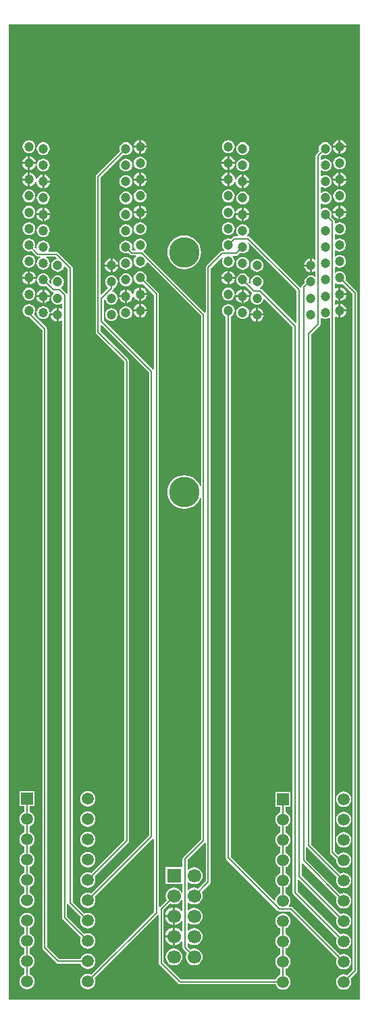
<source format=gtl>
G04 Layer_Physical_Order=1*
G04 Layer_Color=255*
%FSLAX44Y44*%
%MOMM*%
G71*
G01*
G75*
%ADD10C,0.2000*%
%ADD11C,1.2000*%
%ADD12R,1.7000X1.7000*%
%ADD13C,1.7000*%
%ADD14C,1.5000*%
%ADD15R,1.5000X1.5000*%
%ADD16C,3.8000*%
G36*
X325000Y-1000D02*
X-115000Y-1000D01*
Y1219000D01*
X325000D01*
X325000Y-1000D01*
D02*
G37*
%LPC*%
G36*
X-89800Y951069D02*
X-91888Y950794D01*
X-93834Y949988D01*
X-95506Y948706D01*
X-96788Y947035D01*
X-97594Y945089D01*
X-97869Y943000D01*
X-97594Y940912D01*
X-96788Y938966D01*
X-95506Y937294D01*
X-93834Y936012D01*
X-91888Y935206D01*
X-89800Y934931D01*
X-87712Y935206D01*
X-86736Y935610D01*
X-80463Y929337D01*
X-80463Y929337D01*
X-79471Y928674D01*
X-78300Y928441D01*
X-78300Y928441D01*
X-75645D01*
X-75392Y927171D01*
X-75834Y926988D01*
X-77506Y925706D01*
X-78788Y924035D01*
X-79594Y922088D01*
X-79869Y920000D01*
X-79594Y917912D01*
X-78788Y915966D01*
X-77506Y914295D01*
X-75834Y913012D01*
X-73888Y912206D01*
X-71800Y911931D01*
X-69712Y912206D01*
X-67765Y913012D01*
X-66094Y914295D01*
X-64812Y915966D01*
X-64006Y917912D01*
X-63731Y920000D01*
X-64006Y922088D01*
X-64812Y924035D01*
X-66094Y925706D01*
X-67765Y926988D01*
X-68208Y927171D01*
X-67955Y928441D01*
X-56339D01*
X-54638Y926740D01*
X-55093Y925399D01*
X-55888Y925294D01*
X-57835Y924488D01*
X-59506Y923206D01*
X-60788Y921535D01*
X-61594Y919588D01*
X-61869Y917500D01*
X-61594Y915412D01*
X-60788Y913466D01*
X-59506Y911795D01*
X-57835Y910512D01*
X-55888Y909706D01*
X-53800Y909431D01*
X-51712Y909706D01*
X-49766Y910512D01*
X-48094Y911795D01*
X-46812Y913466D01*
X-46006Y915412D01*
X-45901Y916207D01*
X-44560Y916663D01*
X-41059Y913161D01*
Y882315D01*
X-42329Y881929D01*
X-42637Y882391D01*
X-42637Y882391D01*
X-49182Y888936D01*
X-49197Y888963D01*
X-49254Y889897D01*
X-49127Y890502D01*
X-48094Y891294D01*
X-46812Y892966D01*
X-46006Y894912D01*
X-45731Y897000D01*
X-46006Y899089D01*
X-46812Y901035D01*
X-48094Y902706D01*
X-49766Y903988D01*
X-51712Y904794D01*
X-53800Y905069D01*
X-55888Y904794D01*
X-57835Y903988D01*
X-59506Y902706D01*
X-60788Y901035D01*
X-61594Y899089D01*
X-61869Y897000D01*
X-61670Y895492D01*
X-62873Y894899D01*
X-64410Y896436D01*
X-64006Y897412D01*
X-63731Y899500D01*
X-64006Y901589D01*
X-64812Y903535D01*
X-66094Y905206D01*
X-67765Y906488D01*
X-69712Y907294D01*
X-71800Y907569D01*
X-73888Y907294D01*
X-75834Y906488D01*
X-77506Y905206D01*
X-78788Y903535D01*
X-79594Y901589D01*
X-79869Y899500D01*
X-79594Y897412D01*
X-78788Y895466D01*
X-77506Y893794D01*
X-75834Y892512D01*
X-73888Y891706D01*
X-71800Y891431D01*
X-69712Y891706D01*
X-68736Y892110D01*
X-61463Y884837D01*
X-61463Y884837D01*
X-60470Y884174D01*
X-59324Y883946D01*
X-59280Y883879D01*
X-58899Y882671D01*
X-59506Y882206D01*
X-60788Y880535D01*
X-61594Y878589D01*
X-61869Y876500D01*
X-61594Y874412D01*
X-60788Y872466D01*
X-59506Y870795D01*
X-57835Y869512D01*
X-55888Y868706D01*
X-53800Y868431D01*
X-51712Y868706D01*
X-49766Y869512D01*
X-49129Y870001D01*
X-47859Y869374D01*
Y863642D01*
X-48998Y863080D01*
X-49493Y863460D01*
X-51571Y864320D01*
X-52530Y864447D01*
Y856000D01*
Y847554D01*
X-51571Y847680D01*
X-49493Y848540D01*
X-48998Y848921D01*
X-47859Y848359D01*
Y820005D01*
X-48059Y819000D01*
X-48059Y819000D01*
Y101400D01*
X-48059Y101400D01*
X-47826Y100230D01*
X-47163Y99237D01*
X-24538Y76612D01*
X-25255Y74880D01*
X-25582Y72400D01*
X-25255Y69920D01*
X-24298Y67609D01*
X-22775Y65625D01*
X-20791Y64102D01*
X-18480Y63145D01*
X-16000Y62818D01*
X-13520Y63145D01*
X-11209Y64102D01*
X-9225Y65625D01*
X-7702Y67609D01*
X-6744Y69920D01*
X-6418Y72400D01*
X-6744Y74880D01*
X-7702Y77191D01*
X-9225Y79176D01*
X-11209Y80698D01*
X-13520Y81656D01*
X-16000Y81982D01*
X-18480Y81656D01*
X-20212Y80938D01*
X-41941Y102667D01*
Y118187D01*
X-41804Y118241D01*
X-40671Y118398D01*
X-40163Y117637D01*
X-24538Y102012D01*
X-25255Y100280D01*
X-25582Y97800D01*
X-25255Y95320D01*
X-24298Y93009D01*
X-22775Y91025D01*
X-20791Y89502D01*
X-18480Y88545D01*
X-16000Y88218D01*
X-13520Y88545D01*
X-11209Y89502D01*
X-9225Y91025D01*
X-7702Y93009D01*
X-6744Y95320D01*
X-6418Y97800D01*
X-6744Y100280D01*
X-7702Y102591D01*
X-9225Y104576D01*
X-11209Y106098D01*
X-13520Y107056D01*
X-16000Y107382D01*
X-18480Y107056D01*
X-20212Y106338D01*
X-34941Y121067D01*
Y914428D01*
X-34941Y914428D01*
X-35174Y915599D01*
X-35837Y916591D01*
X-35837Y916591D01*
X-52909Y933663D01*
X-53902Y934326D01*
X-55072Y934559D01*
X-55072Y934559D01*
X-64674D01*
X-65301Y935829D01*
X-64812Y936466D01*
X-64006Y938412D01*
X-63731Y940500D01*
X-64006Y942589D01*
X-64812Y944535D01*
X-66094Y946206D01*
X-67765Y947488D01*
X-69712Y948294D01*
X-71800Y948569D01*
X-73888Y948294D01*
X-75834Y947488D01*
X-77506Y946206D01*
X-78788Y944535D01*
X-79594Y942589D01*
X-79869Y940500D01*
X-79671Y938992D01*
X-80873Y938399D01*
X-82410Y939936D01*
X-82006Y940912D01*
X-81731Y943000D01*
X-82006Y945089D01*
X-82812Y947035D01*
X-84094Y948706D01*
X-85765Y949988D01*
X-87712Y950794D01*
X-89800Y951069D01*
D02*
G37*
G36*
X51070Y889946D02*
Y882770D01*
X58246D01*
X58120Y883729D01*
X57260Y885807D01*
X55891Y887591D01*
X54107Y888960D01*
X52029Y889820D01*
X51070Y889946D01*
D02*
G37*
G36*
X-70530Y887447D02*
Y880270D01*
X-63354D01*
X-63480Y881229D01*
X-64340Y883307D01*
X-65709Y885091D01*
X-67493Y886460D01*
X-69571Y887320D01*
X-70530Y887447D01*
D02*
G37*
G36*
X48530Y889946D02*
X47571Y889820D01*
X45493Y888960D01*
X43709Y887591D01*
X42340Y885807D01*
X41480Y883729D01*
X41234Y881860D01*
X39930Y881688D01*
X39260Y883307D01*
X37891Y885091D01*
X36107Y886460D01*
X34029Y887320D01*
X33070Y887446D01*
Y879000D01*
Y870553D01*
X34029Y870680D01*
X36107Y871540D01*
X37891Y872909D01*
X39260Y874693D01*
X40120Y876770D01*
X40366Y878640D01*
X41670Y878812D01*
X42340Y877193D01*
X43709Y875409D01*
X45493Y874040D01*
X47571Y873180D01*
X48530Y873053D01*
Y881500D01*
Y889946D01*
D02*
G37*
G36*
X301070D02*
Y882770D01*
X308246D01*
X308120Y883729D01*
X307260Y885807D01*
X305891Y887591D01*
X304107Y888960D01*
X302029Y889820D01*
X301070Y889946D01*
D02*
G37*
G36*
X158930Y900730D02*
X151754D01*
X151880Y899771D01*
X152740Y897693D01*
X154109Y895909D01*
X155893Y894540D01*
X157971Y893680D01*
X158930Y893554D01*
Y900730D01*
D02*
G37*
G36*
X-81354D02*
X-88530D01*
Y893554D01*
X-87571Y893680D01*
X-85493Y894540D01*
X-83709Y895909D01*
X-82340Y897693D01*
X-81480Y899771D01*
X-81354Y900730D01*
D02*
G37*
G36*
X31800Y907569D02*
X29712Y907294D01*
X27766Y906488D01*
X26094Y905206D01*
X24812Y903534D01*
X24006Y901588D01*
X23731Y899500D01*
X24006Y897411D01*
X24812Y895465D01*
X26094Y893794D01*
X27766Y892512D01*
X29712Y891706D01*
X31800Y891431D01*
X33888Y891706D01*
X35835Y892512D01*
X37506Y893794D01*
X38788Y895465D01*
X39594Y897411D01*
X39869Y899500D01*
X39594Y901588D01*
X38788Y903534D01*
X37506Y905206D01*
X35835Y906488D01*
X33888Y907294D01*
X31800Y907569D01*
D02*
G37*
G36*
X-91070Y900730D02*
X-98246D01*
X-98120Y899771D01*
X-97260Y897693D01*
X-95891Y895909D01*
X-94107Y894540D01*
X-92029Y893680D01*
X-91070Y893554D01*
Y900730D01*
D02*
G37*
G36*
X308246Y880230D02*
X301070D01*
Y873053D01*
X302029Y873180D01*
X304107Y874040D01*
X305891Y875409D01*
X307260Y877193D01*
X308120Y879271D01*
X308246Y880230D01*
D02*
G37*
G36*
X-89800Y889569D02*
X-91888Y889294D01*
X-93834Y888488D01*
X-95506Y887206D01*
X-96788Y885535D01*
X-97594Y883589D01*
X-97869Y881500D01*
X-97594Y879412D01*
X-96788Y877466D01*
X-95506Y875795D01*
X-93834Y874512D01*
X-91888Y873706D01*
X-89800Y873431D01*
X-87712Y873706D01*
X-85765Y874512D01*
X-84094Y875795D01*
X-82812Y877466D01*
X-82006Y879412D01*
X-81731Y881500D01*
X-82006Y883589D01*
X-82812Y885535D01*
X-84094Y887206D01*
X-85765Y888488D01*
X-87712Y889294D01*
X-89800Y889569D01*
D02*
G37*
G36*
X176930Y877730D02*
X169753D01*
X169880Y876771D01*
X170740Y874693D01*
X172109Y872909D01*
X173893Y871541D01*
X175971Y870680D01*
X176930Y870554D01*
Y877730D01*
D02*
G37*
G36*
X58246Y880230D02*
X51070D01*
Y873053D01*
X52029Y873180D01*
X54107Y874040D01*
X55891Y875409D01*
X57260Y877193D01*
X58120Y879271D01*
X58246Y880230D01*
D02*
G37*
G36*
X160200Y889569D02*
X158112Y889294D01*
X156166Y888488D01*
X154494Y887206D01*
X153212Y885535D01*
X152406Y883589D01*
X152131Y881500D01*
X152406Y879412D01*
X153212Y877466D01*
X154494Y875795D01*
X156166Y874512D01*
X158112Y873706D01*
X160200Y873431D01*
X162288Y873706D01*
X164235Y874512D01*
X165906Y875795D01*
X167188Y877466D01*
X167994Y879412D01*
X168269Y881500D01*
X167994Y883589D01*
X167188Y885535D01*
X165906Y887206D01*
X164235Y888488D01*
X162288Y889294D01*
X160200Y889569D01*
D02*
G37*
G36*
X176930Y887447D02*
X175971Y887320D01*
X173893Y886460D01*
X172109Y885091D01*
X170740Y883307D01*
X169880Y881229D01*
X169753Y880270D01*
X176930D01*
Y887447D01*
D02*
G37*
G36*
X179470Y887447D02*
Y880270D01*
X186646D01*
X186520Y881229D01*
X185660Y883307D01*
X184291Y885091D01*
X182507Y886460D01*
X180429Y887320D01*
X179470Y887447D01*
D02*
G37*
G36*
X30530Y887446D02*
X29571Y887320D01*
X27493Y886460D01*
X25709Y885091D01*
X24340Y883307D01*
X23480Y881229D01*
X23354Y880270D01*
X30530D01*
Y887446D01*
D02*
G37*
G36*
X-73070Y887447D02*
X-74029Y887320D01*
X-76107Y886460D01*
X-77891Y885091D01*
X-79260Y883307D01*
X-80120Y881229D01*
X-80246Y880270D01*
X-73070D01*
Y887447D01*
D02*
G37*
G36*
X105000Y955102D02*
X100883Y954696D01*
X96925Y953495D01*
X93277Y951545D01*
X90079Y948921D01*
X87455Y945723D01*
X85505Y942075D01*
X84304Y938117D01*
X83898Y934000D01*
X84304Y929883D01*
X85505Y925925D01*
X87455Y922277D01*
X90079Y919079D01*
X93277Y916455D01*
X96925Y914505D01*
X100883Y913304D01*
X105000Y912898D01*
X109117Y913304D01*
X113075Y914505D01*
X116723Y916455D01*
X119921Y919079D01*
X122545Y922277D01*
X124495Y925925D01*
X125696Y929883D01*
X126102Y934000D01*
X125696Y938117D01*
X124495Y942075D01*
X122545Y945723D01*
X119921Y948921D01*
X116723Y951545D01*
X113075Y953495D01*
X109117Y954696D01*
X105000Y955102D01*
D02*
G37*
G36*
X-89800Y930569D02*
X-91888Y930294D01*
X-93834Y929488D01*
X-95506Y928206D01*
X-96788Y926535D01*
X-97594Y924588D01*
X-97869Y922500D01*
X-97594Y920412D01*
X-96788Y918466D01*
X-95506Y916795D01*
X-93834Y915512D01*
X-91888Y914706D01*
X-89800Y914431D01*
X-87712Y914706D01*
X-85765Y915512D01*
X-84094Y916795D01*
X-82812Y918466D01*
X-82006Y920412D01*
X-81731Y922500D01*
X-82006Y924588D01*
X-82812Y926535D01*
X-84094Y928206D01*
X-85765Y929488D01*
X-87712Y930294D01*
X-89800Y930569D01*
D02*
G37*
G36*
X31800Y928069D02*
X29712Y927794D01*
X27766Y926988D01*
X26094Y925706D01*
X24812Y924034D01*
X24006Y922088D01*
X23731Y920000D01*
X24006Y917912D01*
X24812Y915965D01*
X26094Y914294D01*
X27766Y913012D01*
X29712Y912206D01*
X31800Y911931D01*
X33888Y912206D01*
X35835Y913012D01*
X37506Y914294D01*
X38788Y915965D01*
X39594Y917912D01*
X39869Y920000D01*
X39594Y922088D01*
X38788Y924034D01*
X37506Y925706D01*
X35835Y926988D01*
X33888Y927794D01*
X31800Y928069D01*
D02*
G37*
G36*
X178200Y928069D02*
X176112Y927794D01*
X174165Y926988D01*
X172494Y925706D01*
X171212Y924035D01*
X170406Y922088D01*
X170131Y920000D01*
X170406Y917912D01*
X171212Y915966D01*
X172494Y914295D01*
X174165Y913012D01*
X176112Y912206D01*
X178200Y911931D01*
X180288Y912206D01*
X182234Y913012D01*
X183906Y914295D01*
X185188Y915966D01*
X185994Y917912D01*
X186269Y920000D01*
X185994Y922088D01*
X185188Y924035D01*
X183906Y925706D01*
X182234Y926988D01*
X180288Y927794D01*
X178200Y928069D01*
D02*
G37*
G36*
X12530Y925946D02*
X11571Y925820D01*
X9493Y924960D01*
X7709Y923591D01*
X6340Y921807D01*
X5480Y919729D01*
X5354Y918770D01*
X12530D01*
Y925946D01*
D02*
G37*
G36*
X31800Y969069D02*
X29712Y968794D01*
X27766Y967988D01*
X26094Y966706D01*
X24812Y965034D01*
X24006Y963088D01*
X23731Y961000D01*
X24006Y958912D01*
X24812Y956965D01*
X26094Y955294D01*
X27766Y954012D01*
X29712Y953206D01*
X31800Y952931D01*
X33888Y953206D01*
X35835Y954012D01*
X37506Y955294D01*
X38788Y956965D01*
X39594Y958912D01*
X39869Y961000D01*
X39594Y963088D01*
X38788Y965034D01*
X37506Y966706D01*
X35835Y967988D01*
X33888Y968794D01*
X31800Y969069D01*
D02*
G37*
G36*
X-71800Y969069D02*
X-73888Y968794D01*
X-75834Y967988D01*
X-77506Y966706D01*
X-78788Y965035D01*
X-79594Y963089D01*
X-79869Y961000D01*
X-79594Y958912D01*
X-78788Y956966D01*
X-77506Y955294D01*
X-75834Y954012D01*
X-73888Y953206D01*
X-71800Y952931D01*
X-69712Y953206D01*
X-67765Y954012D01*
X-66094Y955294D01*
X-64812Y956966D01*
X-64006Y958912D01*
X-63731Y961000D01*
X-64006Y963089D01*
X-64812Y965035D01*
X-66094Y966706D01*
X-67765Y967988D01*
X-69712Y968794D01*
X-71800Y969069D01*
D02*
G37*
G36*
X262530Y925946D02*
X261571Y925820D01*
X259493Y924960D01*
X257709Y923591D01*
X256340Y921807D01*
X255480Y919729D01*
X255354Y918770D01*
X262530D01*
Y925946D01*
D02*
G37*
G36*
X15070D02*
Y918770D01*
X22246D01*
X22120Y919729D01*
X21260Y921807D01*
X19891Y923591D01*
X18107Y924960D01*
X16029Y925820D01*
X15070Y925946D01*
D02*
G37*
G36*
X158930Y910447D02*
X157971Y910320D01*
X155893Y909460D01*
X154109Y908091D01*
X152740Y906307D01*
X151880Y904230D01*
X151754Y903270D01*
X158930D01*
Y910447D01*
D02*
G37*
G36*
X-88530D02*
Y903270D01*
X-81354D01*
X-81480Y904230D01*
X-82340Y906307D01*
X-83709Y908091D01*
X-85493Y909460D01*
X-87571Y910320D01*
X-88530Y910447D01*
D02*
G37*
G36*
X168647Y900730D02*
X161470D01*
Y893554D01*
X162429Y893680D01*
X164507Y894540D01*
X166291Y895909D01*
X167660Y897693D01*
X168520Y899771D01*
X168647Y900730D01*
D02*
G37*
G36*
X-91070Y910447D02*
X-92029Y910320D01*
X-94107Y909460D01*
X-95891Y908091D01*
X-97260Y906307D01*
X-98120Y904230D01*
X-98246Y903270D01*
X-91070D01*
Y910447D01*
D02*
G37*
G36*
X161470D02*
Y903270D01*
X168647D01*
X168520Y904230D01*
X167660Y906307D01*
X166291Y908091D01*
X164507Y909460D01*
X162429Y910320D01*
X161470Y910447D01*
D02*
G37*
G36*
X22246Y916230D02*
X15070D01*
Y909053D01*
X16029Y909180D01*
X18107Y910040D01*
X19891Y911409D01*
X21260Y913193D01*
X22120Y915270D01*
X22246Y916230D01*
D02*
G37*
G36*
X196200Y925569D02*
X194112Y925294D01*
X192166Y924488D01*
X190494Y923206D01*
X189212Y921535D01*
X188406Y919588D01*
X188131Y917500D01*
X188406Y915412D01*
X189212Y913466D01*
X190494Y911795D01*
X192166Y910512D01*
X194112Y909706D01*
X196200Y909431D01*
X198288Y909706D01*
X200235Y910512D01*
X201906Y911795D01*
X203188Y913466D01*
X203994Y915412D01*
X204269Y917500D01*
X203994Y919588D01*
X203188Y921535D01*
X201906Y923206D01*
X200235Y924488D01*
X198288Y925294D01*
X196200Y925569D01*
D02*
G37*
G36*
X12530Y916230D02*
X5354D01*
X5480Y915270D01*
X6340Y913193D01*
X7709Y911409D01*
X9493Y910040D01*
X11571Y909180D01*
X12530Y909053D01*
Y916230D01*
D02*
G37*
G36*
X262530D02*
X255354D01*
X255480Y915270D01*
X256340Y913193D01*
X257709Y911409D01*
X259493Y910040D01*
X261571Y909180D01*
X262530Y909053D01*
Y916230D01*
D02*
G37*
G36*
X-16000Y208982D02*
X-18480Y208655D01*
X-20791Y207698D01*
X-22775Y206175D01*
X-24298Y204191D01*
X-25255Y201880D01*
X-25582Y199400D01*
X-25255Y196920D01*
X-24298Y194609D01*
X-22775Y192625D01*
X-20791Y191102D01*
X-18480Y190145D01*
X-16000Y189818D01*
X-13520Y190145D01*
X-11209Y191102D01*
X-9225Y192625D01*
X-7702Y194609D01*
X-6744Y196920D01*
X-6418Y199400D01*
X-6744Y201880D01*
X-7702Y204191D01*
X-9225Y206175D01*
X-11209Y207698D01*
X-13520Y208655D01*
X-16000Y208982D01*
D02*
G37*
G36*
X305000Y233982D02*
X302520Y233655D01*
X300209Y232698D01*
X298225Y231175D01*
X296702Y229191D01*
X295744Y226880D01*
X295418Y224400D01*
X295744Y221920D01*
X296702Y219609D01*
X298225Y217625D01*
X300209Y216102D01*
X302520Y215145D01*
X305000Y214818D01*
X307480Y215145D01*
X309791Y216102D01*
X311775Y217625D01*
X313298Y219609D01*
X314256Y221920D01*
X314582Y224400D01*
X314256Y226880D01*
X313298Y229191D01*
X311775Y231175D01*
X309791Y232698D01*
X307480Y233655D01*
X305000Y233982D01*
D02*
G37*
G36*
X-16000Y183582D02*
X-18480Y183256D01*
X-20791Y182298D01*
X-22775Y180776D01*
X-24298Y178791D01*
X-25255Y176480D01*
X-25582Y174000D01*
X-25255Y171520D01*
X-24298Y169209D01*
X-22775Y167225D01*
X-20791Y165702D01*
X-18480Y164745D01*
X-16000Y164418D01*
X-13520Y164745D01*
X-11209Y165702D01*
X-9225Y167225D01*
X-7702Y169209D01*
X-6744Y171520D01*
X-6418Y174000D01*
X-6744Y176480D01*
X-7702Y178791D01*
X-9225Y180776D01*
X-11209Y182298D01*
X-13520Y183256D01*
X-16000Y183582D01*
D02*
G37*
G36*
X305000Y208582D02*
X302520Y208256D01*
X300209Y207298D01*
X298225Y205776D01*
X296702Y203791D01*
X295744Y201480D01*
X295418Y199000D01*
X295744Y196520D01*
X296702Y194209D01*
X298225Y192225D01*
X300209Y190702D01*
X302520Y189745D01*
X305000Y189418D01*
X307480Y189745D01*
X309791Y190702D01*
X311775Y192225D01*
X313298Y194209D01*
X314256Y196520D01*
X314582Y199000D01*
X314256Y201480D01*
X313298Y203791D01*
X311775Y205776D01*
X309791Y207298D01*
X307480Y208256D01*
X305000Y208582D01*
D02*
G37*
G36*
X-16000Y234382D02*
X-18480Y234056D01*
X-20791Y233098D01*
X-22775Y231576D01*
X-24298Y229591D01*
X-25255Y227280D01*
X-25582Y224800D01*
X-25255Y222320D01*
X-24298Y220009D01*
X-22775Y218025D01*
X-20791Y216502D01*
X-18480Y215545D01*
X-16000Y215218D01*
X-13520Y215545D01*
X-11209Y216502D01*
X-9225Y218025D01*
X-7702Y220009D01*
X-6744Y222320D01*
X-6418Y224800D01*
X-6744Y227280D01*
X-7702Y229591D01*
X-9225Y231576D01*
X-11209Y233098D01*
X-13520Y234056D01*
X-16000Y234382D01*
D02*
G37*
G36*
X-55070Y854730D02*
X-62246D01*
X-62120Y853771D01*
X-61260Y851693D01*
X-59891Y849909D01*
X-58107Y848540D01*
X-56029Y847680D01*
X-55070Y847554D01*
Y854730D01*
D02*
G37*
G36*
X194930D02*
X187754D01*
X187880Y853771D01*
X188740Y851693D01*
X190109Y849909D01*
X191893Y848540D01*
X193971Y847680D01*
X194930Y847554D01*
Y854730D01*
D02*
G37*
G36*
X305000Y259382D02*
X302520Y259056D01*
X300209Y258098D01*
X298225Y256576D01*
X296702Y254591D01*
X295744Y252280D01*
X295418Y249800D01*
X295744Y247320D01*
X296702Y245009D01*
X298225Y243025D01*
X300209Y241502D01*
X302520Y240545D01*
X305000Y240218D01*
X307480Y240545D01*
X309791Y241502D01*
X311775Y243025D01*
X313298Y245009D01*
X314256Y247320D01*
X314582Y249800D01*
X314256Y252280D01*
X313298Y254591D01*
X311775Y256576D01*
X309791Y258098D01*
X307480Y259056D01*
X305000Y259382D01*
D02*
G37*
G36*
X-16000Y259782D02*
X-18480Y259456D01*
X-20791Y258498D01*
X-22775Y256975D01*
X-24298Y254991D01*
X-25255Y252680D01*
X-25582Y250200D01*
X-25255Y247720D01*
X-24298Y245409D01*
X-22775Y243425D01*
X-20791Y241902D01*
X-18480Y240945D01*
X-16000Y240618D01*
X-13520Y240945D01*
X-11209Y241902D01*
X-9225Y243425D01*
X-7702Y245409D01*
X-6744Y247720D01*
X-6418Y250200D01*
X-6744Y252680D01*
X-7702Y254991D01*
X-9225Y256975D01*
X-11209Y258498D01*
X-13520Y259456D01*
X-16000Y259782D01*
D02*
G37*
G36*
X-89800Y869069D02*
X-91888Y868794D01*
X-93834Y867988D01*
X-95506Y866706D01*
X-96788Y865035D01*
X-97594Y863089D01*
X-97869Y861000D01*
X-97594Y858912D01*
X-96788Y856966D01*
X-95506Y855294D01*
X-93834Y854012D01*
X-91888Y853206D01*
X-89800Y852931D01*
X-89320Y852994D01*
X-73059Y836733D01*
Y64000D01*
X-73059Y64000D01*
X-72826Y62829D01*
X-72163Y61837D01*
X-55163Y44837D01*
X-55163Y44837D01*
X-54171Y44174D01*
X-53000Y43941D01*
X-25016D01*
X-24298Y42209D01*
X-22775Y40225D01*
X-20791Y38702D01*
X-18480Y37745D01*
X-16000Y37418D01*
X-13520Y37745D01*
X-11209Y38702D01*
X-9225Y40225D01*
X-7702Y42209D01*
X-6744Y44520D01*
X-6418Y47000D01*
X-6744Y49480D01*
X-7702Y51791D01*
X-9225Y53776D01*
X-11209Y55298D01*
X-13520Y56255D01*
X-16000Y56582D01*
X-18480Y56255D01*
X-20791Y55298D01*
X-22775Y53776D01*
X-24298Y51791D01*
X-25016Y50059D01*
X-51733D01*
X-66941Y65267D01*
Y838000D01*
X-66941Y838000D01*
X-67174Y839171D01*
X-67837Y840163D01*
X-67837Y840163D01*
X-83606Y855931D01*
X-82812Y856966D01*
X-82006Y858912D01*
X-81731Y861000D01*
X-82006Y863089D01*
X-82812Y865035D01*
X-84094Y866706D01*
X-85765Y867988D01*
X-87712Y868794D01*
X-89800Y869069D01*
D02*
G37*
G36*
X92100Y63091D02*
X89359Y62730D01*
X86805Y61672D01*
X84611Y59989D01*
X82928Y57795D01*
X81870Y55241D01*
X81509Y52500D01*
X81870Y49759D01*
X82928Y47205D01*
X84611Y45011D01*
X86805Y43328D01*
X89359Y42270D01*
X92100Y41909D01*
X94841Y42270D01*
X97395Y43328D01*
X99589Y45011D01*
X101272Y47205D01*
X102330Y49759D01*
X102691Y52500D01*
X102330Y55241D01*
X101272Y57795D01*
X99589Y59989D01*
X97395Y61672D01*
X94841Y62730D01*
X92100Y63091D01*
D02*
G37*
G36*
X-92200Y107382D02*
X-94680Y107056D01*
X-96991Y106098D01*
X-98975Y104576D01*
X-100498Y102591D01*
X-101455Y100280D01*
X-101782Y97800D01*
X-101455Y95320D01*
X-100498Y93009D01*
X-98975Y91025D01*
X-96991Y89502D01*
X-95259Y88784D01*
Y81416D01*
X-96991Y80698D01*
X-98975Y79176D01*
X-100498Y77191D01*
X-101455Y74880D01*
X-101782Y72400D01*
X-101455Y69920D01*
X-100498Y67609D01*
X-98975Y65625D01*
X-96991Y64102D01*
X-95259Y63384D01*
Y56016D01*
X-96991Y55298D01*
X-98975Y53776D01*
X-100498Y51791D01*
X-101455Y49480D01*
X-101782Y47000D01*
X-101455Y44520D01*
X-100498Y42209D01*
X-98975Y40225D01*
X-96991Y38702D01*
X-95259Y37984D01*
Y30616D01*
X-96991Y29898D01*
X-98975Y28375D01*
X-100498Y26391D01*
X-101455Y24080D01*
X-101782Y21600D01*
X-101455Y19120D01*
X-100498Y16809D01*
X-98975Y14825D01*
X-96991Y13302D01*
X-94680Y12345D01*
X-92200Y12018D01*
X-89720Y12345D01*
X-87409Y13302D01*
X-85424Y14825D01*
X-83902Y16809D01*
X-82944Y19120D01*
X-82618Y21600D01*
X-82944Y24080D01*
X-83902Y26391D01*
X-85424Y28375D01*
X-87409Y29898D01*
X-89141Y30616D01*
Y37984D01*
X-87409Y38702D01*
X-85424Y40225D01*
X-83902Y42209D01*
X-82944Y44520D01*
X-82618Y47000D01*
X-82944Y49480D01*
X-83902Y51791D01*
X-85424Y53776D01*
X-87409Y55298D01*
X-89141Y56016D01*
Y63384D01*
X-87409Y64102D01*
X-85424Y65625D01*
X-83902Y67609D01*
X-82944Y69920D01*
X-82618Y72400D01*
X-82944Y74880D01*
X-83902Y77191D01*
X-85424Y79176D01*
X-87409Y80698D01*
X-89141Y81416D01*
Y88784D01*
X-87409Y89502D01*
X-85424Y91025D01*
X-83902Y93009D01*
X-82944Y95320D01*
X-82618Y97800D01*
X-82944Y100280D01*
X-83902Y102591D01*
X-85424Y104576D01*
X-87409Y106098D01*
X-89720Y107056D01*
X-92200Y107382D01*
D02*
G37*
G36*
X160200Y869069D02*
X158112Y868794D01*
X156166Y867988D01*
X154494Y866706D01*
X153212Y865035D01*
X152406Y863089D01*
X152131Y861000D01*
X152406Y858912D01*
X153212Y856966D01*
X154494Y855294D01*
X156166Y854012D01*
X157141Y853608D01*
Y176551D01*
X157141Y176551D01*
X157374Y175380D01*
X158037Y174388D01*
X222288Y110137D01*
X222288Y110137D01*
X223280Y109474D01*
X224451Y109241D01*
X238033D01*
X296462Y50812D01*
X295744Y49080D01*
X295418Y46600D01*
X295744Y44120D01*
X296702Y41809D01*
X298225Y39825D01*
X300209Y38302D01*
X302520Y37345D01*
X305000Y37018D01*
X307480Y37345D01*
X309791Y38302D01*
X311775Y39825D01*
X313298Y41809D01*
X314256Y44120D01*
X314582Y46600D01*
X314256Y49080D01*
X313298Y51391D01*
X311775Y53376D01*
X309791Y54898D01*
X307480Y55855D01*
X305000Y56182D01*
X302520Y55855D01*
X300788Y55138D01*
X241463Y114463D01*
X240471Y115126D01*
X239300Y115359D01*
X239300Y115359D01*
X236665D01*
X236039Y116629D01*
X237098Y118009D01*
X238055Y120320D01*
X238382Y122800D01*
X238055Y125280D01*
X237098Y127591D01*
X235575Y129576D01*
X233591Y131098D01*
X231859Y131816D01*
Y139184D01*
X233591Y139902D01*
X235575Y141425D01*
X237098Y143409D01*
X238055Y145720D01*
X238382Y148200D01*
X238055Y150680D01*
X237098Y152991D01*
X235575Y154976D01*
X233591Y156498D01*
X231859Y157216D01*
Y164584D01*
X233591Y165302D01*
X235575Y166825D01*
X237098Y168809D01*
X238055Y171120D01*
X238382Y173600D01*
X238055Y176080D01*
X237098Y178391D01*
X235575Y180375D01*
X233591Y181898D01*
X231859Y182616D01*
Y189984D01*
X233591Y190702D01*
X235575Y192225D01*
X237098Y194209D01*
X238055Y196520D01*
X238382Y199000D01*
X238055Y201480D01*
X237098Y203791D01*
X235575Y205776D01*
X233591Y207298D01*
X231859Y208016D01*
Y215384D01*
X233591Y216102D01*
X235575Y217625D01*
X237098Y219609D01*
X238055Y221920D01*
X238382Y224400D01*
X238055Y226880D01*
X237098Y229191D01*
X235575Y231175D01*
X233591Y232698D01*
X231859Y233416D01*
Y240300D01*
X238300D01*
Y259300D01*
X219300D01*
Y240300D01*
X225741D01*
Y233416D01*
X224009Y232698D01*
X222024Y231175D01*
X220502Y229191D01*
X219545Y226880D01*
X219218Y224400D01*
X219545Y221920D01*
X220502Y219609D01*
X222024Y217625D01*
X224009Y216102D01*
X225741Y215384D01*
Y208016D01*
X224009Y207298D01*
X222024Y205776D01*
X220502Y203791D01*
X219545Y201480D01*
X219218Y199000D01*
X219545Y196520D01*
X220502Y194209D01*
X222024Y192225D01*
X224009Y190702D01*
X225741Y189984D01*
Y182616D01*
X224009Y181898D01*
X222024Y180375D01*
X220502Y178391D01*
X219545Y176080D01*
X219218Y173600D01*
X219545Y171120D01*
X220502Y168809D01*
X222024Y166825D01*
X224009Y165302D01*
X225741Y164584D01*
Y157216D01*
X224009Y156498D01*
X222024Y154976D01*
X220502Y152991D01*
X219545Y150680D01*
X219218Y148200D01*
X219545Y145720D01*
X220502Y143409D01*
X222024Y141425D01*
X224009Y139902D01*
X225741Y139184D01*
Y131816D01*
X224009Y131098D01*
X222024Y129576D01*
X220502Y127591D01*
X219545Y125280D01*
X219317Y123555D01*
X217977Y123100D01*
X163259Y177818D01*
Y853608D01*
X164235Y854012D01*
X165906Y855294D01*
X167188Y856966D01*
X167994Y858912D01*
X168269Y861000D01*
X167994Y863089D01*
X167188Y865035D01*
X165906Y866706D01*
X164235Y867988D01*
X162288Y868794D01*
X160200Y869069D01*
D02*
G37*
G36*
X90830Y76630D02*
X81132D01*
X81344Y75018D01*
X82457Y72332D01*
X84226Y70026D01*
X86532Y68257D01*
X89218Y67144D01*
X90830Y66932D01*
Y76630D01*
D02*
G37*
G36*
Y114268D02*
X89218Y114056D01*
X86532Y112943D01*
X84226Y111174D01*
X82457Y108868D01*
X81344Y106182D01*
X81132Y104570D01*
X90830D01*
Y114268D01*
D02*
G37*
G36*
X-82700Y259700D02*
X-101700D01*
Y240700D01*
X-95259D01*
Y233816D01*
X-96991Y233098D01*
X-98975Y231576D01*
X-100498Y229591D01*
X-101455Y227280D01*
X-101782Y224800D01*
X-101455Y222320D01*
X-100498Y220009D01*
X-98975Y218025D01*
X-96991Y216502D01*
X-95259Y215784D01*
Y208416D01*
X-96991Y207698D01*
X-98975Y206175D01*
X-100498Y204191D01*
X-101455Y201880D01*
X-101782Y199400D01*
X-101455Y196920D01*
X-100498Y194609D01*
X-98975Y192625D01*
X-96991Y191102D01*
X-95259Y190384D01*
Y183016D01*
X-96991Y182298D01*
X-98975Y180776D01*
X-100498Y178791D01*
X-101455Y176480D01*
X-101782Y174000D01*
X-101455Y171520D01*
X-100498Y169209D01*
X-98975Y167225D01*
X-96991Y165702D01*
X-95259Y164984D01*
Y157616D01*
X-96991Y156898D01*
X-98975Y155375D01*
X-100498Y153391D01*
X-101455Y151080D01*
X-101782Y148600D01*
X-101455Y146120D01*
X-100498Y143809D01*
X-98975Y141825D01*
X-96991Y140302D01*
X-95259Y139584D01*
Y132216D01*
X-96991Y131498D01*
X-98975Y129976D01*
X-100498Y127991D01*
X-101455Y125680D01*
X-101782Y123200D01*
X-101455Y120720D01*
X-100498Y118409D01*
X-98975Y116425D01*
X-96991Y114902D01*
X-94680Y113945D01*
X-92200Y113618D01*
X-89720Y113945D01*
X-87409Y114902D01*
X-85424Y116425D01*
X-83902Y118409D01*
X-82944Y120720D01*
X-82618Y123200D01*
X-82944Y125680D01*
X-83902Y127991D01*
X-85424Y129976D01*
X-87409Y131498D01*
X-89141Y132216D01*
Y139584D01*
X-87409Y140302D01*
X-85424Y141825D01*
X-83902Y143809D01*
X-82944Y146120D01*
X-82618Y148600D01*
X-82944Y151080D01*
X-83902Y153391D01*
X-85424Y155375D01*
X-87409Y156898D01*
X-89141Y157616D01*
Y164984D01*
X-87409Y165702D01*
X-85424Y167225D01*
X-83902Y169209D01*
X-82944Y171520D01*
X-82618Y174000D01*
X-82944Y176480D01*
X-83902Y178791D01*
X-85424Y180776D01*
X-87409Y182298D01*
X-89141Y183016D01*
Y190384D01*
X-87409Y191102D01*
X-85424Y192625D01*
X-83902Y194609D01*
X-82944Y196920D01*
X-82618Y199400D01*
X-82944Y201880D01*
X-83902Y204191D01*
X-85424Y206175D01*
X-87409Y207698D01*
X-89141Y208416D01*
Y215784D01*
X-87409Y216502D01*
X-85424Y218025D01*
X-83902Y220009D01*
X-82944Y222320D01*
X-82618Y224800D01*
X-82944Y227280D01*
X-83902Y229591D01*
X-85424Y231576D01*
X-87409Y233098D01*
X-89141Y233816D01*
Y240700D01*
X-82700D01*
Y259700D01*
D02*
G37*
G36*
X90830Y88868D02*
X89218Y88656D01*
X86532Y87543D01*
X84226Y85774D01*
X82457Y83468D01*
X81344Y80782D01*
X81132Y79170D01*
X90830D01*
Y88868D01*
D02*
G37*
G36*
Y102030D02*
X81132D01*
X81344Y100418D01*
X82457Y97732D01*
X84226Y95426D01*
X86532Y93657D01*
X89218Y92544D01*
X90830Y92332D01*
Y102030D01*
D02*
G37*
G36*
X48530Y869446D02*
X47571Y869320D01*
X45493Y868460D01*
X43709Y867091D01*
X42340Y865307D01*
X41480Y863229D01*
X41354Y862270D01*
X48530D01*
Y869446D01*
D02*
G37*
G36*
X51070D02*
Y862270D01*
X58246D01*
X58120Y863229D01*
X57260Y865307D01*
X55891Y867091D01*
X54107Y868460D01*
X52029Y869320D01*
X51070Y869446D01*
D02*
G37*
G36*
X194930Y864447D02*
X193971Y864320D01*
X191893Y863460D01*
X190109Y862091D01*
X188740Y860307D01*
X187880Y858230D01*
X187754Y857270D01*
X194930D01*
Y864447D01*
D02*
G37*
G36*
X197470D02*
Y857270D01*
X204646D01*
X204520Y858230D01*
X203660Y860307D01*
X202291Y862091D01*
X200507Y863460D01*
X198429Y864320D01*
X197470Y864447D01*
D02*
G37*
G36*
X301070Y869446D02*
Y862270D01*
X308246D01*
X308120Y863229D01*
X307260Y865307D01*
X305891Y867091D01*
X304107Y868460D01*
X302029Y869320D01*
X301070Y869446D01*
D02*
G37*
G36*
X-73070Y877730D02*
X-80246D01*
X-80120Y876771D01*
X-79260Y874693D01*
X-77891Y872909D01*
X-76107Y871541D01*
X-74029Y870680D01*
X-73070Y870554D01*
Y877730D01*
D02*
G37*
G36*
X-63354D02*
X-70530D01*
Y870554D01*
X-69571Y870680D01*
X-67493Y871541D01*
X-65709Y872909D01*
X-64340Y874693D01*
X-63480Y876771D01*
X-63354Y877730D01*
D02*
G37*
G36*
X30530Y877730D02*
X23354D01*
X23480Y876770D01*
X24340Y874693D01*
X25709Y872909D01*
X27493Y871540D01*
X29571Y870680D01*
X30530Y870553D01*
Y877730D01*
D02*
G37*
G36*
X186646Y877730D02*
X179470D01*
Y870554D01*
X180429Y870680D01*
X182507Y871541D01*
X184291Y872909D01*
X185660Y874693D01*
X186520Y876771D01*
X186646Y877730D01*
D02*
G37*
G36*
X31800Y866569D02*
X29712Y866294D01*
X27766Y865488D01*
X26094Y864206D01*
X24812Y862534D01*
X24006Y860588D01*
X23731Y858500D01*
X24006Y856412D01*
X24812Y854465D01*
X26094Y852794D01*
X27766Y851512D01*
X29712Y850706D01*
X31800Y850431D01*
X33888Y850706D01*
X35835Y851512D01*
X37506Y852794D01*
X38788Y854465D01*
X39594Y856412D01*
X39869Y858500D01*
X39594Y860588D01*
X38788Y862534D01*
X37506Y864206D01*
X35835Y865488D01*
X33888Y866294D01*
X31800Y866569D01*
D02*
G37*
G36*
X-71800Y866569D02*
X-73888Y866294D01*
X-75834Y865488D01*
X-77506Y864206D01*
X-78788Y862535D01*
X-79594Y860589D01*
X-79869Y858500D01*
X-79594Y856412D01*
X-78788Y854466D01*
X-77506Y852794D01*
X-75834Y851512D01*
X-73888Y850706D01*
X-71800Y850431D01*
X-69712Y850706D01*
X-67765Y851512D01*
X-66094Y852794D01*
X-64812Y854466D01*
X-64006Y856412D01*
X-63731Y858500D01*
X-64006Y860589D01*
X-64812Y862535D01*
X-66094Y864206D01*
X-67765Y865488D01*
X-69712Y866294D01*
X-71800Y866569D01*
D02*
G37*
G36*
X204646Y854730D02*
X197470D01*
Y847554D01*
X198429Y847680D01*
X200507Y848540D01*
X202291Y849909D01*
X203660Y851693D01*
X204520Y853771D01*
X204646Y854730D01*
D02*
G37*
G36*
X13800Y864069D02*
X11712Y863794D01*
X9765Y862988D01*
X8094Y861705D01*
X6812Y860034D01*
X6006Y858088D01*
X5731Y856000D01*
X6006Y853912D01*
X6812Y851965D01*
X8094Y850294D01*
X9765Y849012D01*
X11712Y848206D01*
X13800Y847931D01*
X15888Y848206D01*
X17835Y849012D01*
X19506Y850294D01*
X20788Y851965D01*
X21594Y853912D01*
X21869Y856000D01*
X21594Y858088D01*
X20788Y860034D01*
X19506Y861705D01*
X17835Y862988D01*
X15888Y863794D01*
X13800Y864069D01*
D02*
G37*
G36*
X178200Y866569D02*
X176112Y866294D01*
X174165Y865488D01*
X172494Y864206D01*
X171212Y862535D01*
X170406Y860589D01*
X170131Y858500D01*
X170406Y856412D01*
X171212Y854466D01*
X172494Y852794D01*
X174165Y851512D01*
X176112Y850706D01*
X178200Y850431D01*
X180288Y850706D01*
X182234Y851512D01*
X183906Y852794D01*
X185188Y854466D01*
X185994Y856412D01*
X186269Y858500D01*
X185994Y860589D01*
X185188Y862535D01*
X183906Y864206D01*
X182234Y865488D01*
X180288Y866294D01*
X178200Y866569D01*
D02*
G37*
G36*
X308246Y859730D02*
X301070D01*
Y852553D01*
X302029Y852680D01*
X304107Y853540D01*
X305891Y854909D01*
X307260Y856693D01*
X308120Y858771D01*
X308246Y859730D01*
D02*
G37*
G36*
X-55070Y864447D02*
X-56029Y864320D01*
X-58107Y863460D01*
X-59891Y862091D01*
X-61260Y860307D01*
X-62120Y858230D01*
X-62246Y857270D01*
X-55070D01*
Y864447D01*
D02*
G37*
G36*
X48530Y859730D02*
X41354D01*
X41480Y858771D01*
X42340Y856693D01*
X43709Y854909D01*
X45493Y853540D01*
X47571Y852680D01*
X48530Y852553D01*
Y859730D01*
D02*
G37*
G36*
X58246D02*
X51070D01*
Y852553D01*
X52029Y852680D01*
X54107Y853540D01*
X55891Y854909D01*
X57260Y856693D01*
X58120Y858771D01*
X58246Y859730D01*
D02*
G37*
G36*
X49800Y971569D02*
X47712Y971294D01*
X45766Y970488D01*
X44094Y969206D01*
X42812Y967534D01*
X42006Y965588D01*
X41731Y963500D01*
X42006Y961412D01*
X42812Y959465D01*
X44094Y957794D01*
X45766Y956512D01*
X47712Y955706D01*
X49800Y955431D01*
X51888Y955706D01*
X53835Y956512D01*
X55506Y957794D01*
X56788Y959465D01*
X57594Y961412D01*
X57869Y963500D01*
X57594Y965588D01*
X56788Y967534D01*
X55506Y969206D01*
X53835Y970488D01*
X51888Y971294D01*
X49800Y971569D01*
D02*
G37*
G36*
X-71800Y1051069D02*
X-73888Y1050794D01*
X-75834Y1049988D01*
X-77506Y1048706D01*
X-78788Y1047035D01*
X-79594Y1045088D01*
X-79869Y1043000D01*
X-79594Y1040912D01*
X-78788Y1038966D01*
X-77506Y1037294D01*
X-75834Y1036012D01*
X-73888Y1035206D01*
X-71800Y1034931D01*
X-69712Y1035206D01*
X-67765Y1036012D01*
X-66094Y1037294D01*
X-64812Y1038966D01*
X-64006Y1040912D01*
X-63731Y1043000D01*
X-64006Y1045088D01*
X-64812Y1047035D01*
X-66094Y1048706D01*
X-67765Y1049988D01*
X-69712Y1050794D01*
X-71800Y1051069D01*
D02*
G37*
G36*
X178200D02*
X176112Y1050794D01*
X174165Y1049988D01*
X172494Y1048706D01*
X171212Y1047035D01*
X170406Y1045088D01*
X170131Y1043000D01*
X170406Y1040912D01*
X171212Y1038966D01*
X172494Y1037294D01*
X174165Y1036012D01*
X176112Y1035206D01*
X178200Y1034931D01*
X180288Y1035206D01*
X182234Y1036012D01*
X183906Y1037294D01*
X185188Y1038966D01*
X185994Y1040912D01*
X186269Y1043000D01*
X185994Y1045088D01*
X185188Y1047035D01*
X183906Y1048706D01*
X182234Y1049988D01*
X180288Y1050794D01*
X178200Y1051069D01*
D02*
G37*
G36*
X51070Y1033447D02*
Y1026270D01*
X58246D01*
X58120Y1027229D01*
X57260Y1029307D01*
X55891Y1031091D01*
X54107Y1032460D01*
X52029Y1033320D01*
X51070Y1033447D01*
D02*
G37*
G36*
X31800Y1051069D02*
X29712Y1050794D01*
X27766Y1049988D01*
X26094Y1048706D01*
X24812Y1047035D01*
X24006Y1045088D01*
X23731Y1043000D01*
X24006Y1040912D01*
X24812Y1038966D01*
X26094Y1037294D01*
X27766Y1036012D01*
X29712Y1035206D01*
X31800Y1034931D01*
X33888Y1035206D01*
X35835Y1036012D01*
X37506Y1037294D01*
X38788Y1038966D01*
X39594Y1040912D01*
X39869Y1043000D01*
X39594Y1045088D01*
X38788Y1047035D01*
X37506Y1048706D01*
X35835Y1049988D01*
X33888Y1050794D01*
X31800Y1051069D01*
D02*
G37*
G36*
X-91070Y1044230D02*
X-98246D01*
X-98120Y1043271D01*
X-97260Y1041193D01*
X-95891Y1039409D01*
X-94107Y1038040D01*
X-92029Y1037180D01*
X-91070Y1037054D01*
Y1044230D01*
D02*
G37*
G36*
X168647D02*
X161470D01*
Y1037054D01*
X162429Y1037180D01*
X164507Y1038040D01*
X166291Y1039409D01*
X167660Y1041193D01*
X168520Y1043271D01*
X168647Y1044230D01*
D02*
G37*
G36*
X49800Y1053569D02*
X47712Y1053294D01*
X45766Y1052488D01*
X44094Y1051206D01*
X42812Y1049535D01*
X42006Y1047588D01*
X41731Y1045500D01*
X42006Y1043412D01*
X42812Y1041466D01*
X44094Y1039794D01*
X45766Y1038512D01*
X47712Y1037706D01*
X49800Y1037431D01*
X51888Y1037706D01*
X53835Y1038512D01*
X55506Y1039794D01*
X56788Y1041466D01*
X57594Y1043412D01*
X57869Y1045500D01*
X57594Y1047588D01*
X56788Y1049535D01*
X55506Y1051206D01*
X53835Y1052488D01*
X51888Y1053294D01*
X49800Y1053569D01*
D02*
G37*
G36*
X158930Y1044230D02*
X151754D01*
X151880Y1043271D01*
X152740Y1041193D01*
X154109Y1039409D01*
X155893Y1038040D01*
X157971Y1037180D01*
X158930Y1037054D01*
Y1044230D01*
D02*
G37*
G36*
X-81354D02*
X-88530D01*
Y1037054D01*
X-87571Y1037180D01*
X-85493Y1038040D01*
X-83709Y1039409D01*
X-82340Y1041193D01*
X-81480Y1043271D01*
X-81354Y1044230D01*
D02*
G37*
G36*
X179470Y1030947D02*
Y1023770D01*
X186646D01*
X186520Y1024729D01*
X185660Y1026807D01*
X184291Y1028591D01*
X182507Y1029960D01*
X180429Y1030820D01*
X179470Y1030947D01*
D02*
G37*
G36*
X-70530D02*
Y1023770D01*
X-63354D01*
X-63480Y1024729D01*
X-64340Y1026807D01*
X-65709Y1028591D01*
X-67493Y1029960D01*
X-69571Y1030820D01*
X-70530Y1030947D01*
D02*
G37*
G36*
X-91070Y1023730D02*
X-98246D01*
X-98120Y1022771D01*
X-97260Y1020693D01*
X-95891Y1018909D01*
X-94107Y1017540D01*
X-92029Y1016680D01*
X-91070Y1016553D01*
Y1023730D01*
D02*
G37*
G36*
X158930D02*
X151754D01*
X151880Y1022771D01*
X152740Y1020693D01*
X154109Y1018909D01*
X155893Y1017540D01*
X157971Y1016680D01*
X158930Y1016553D01*
Y1023730D01*
D02*
G37*
G36*
X-91070Y1033447D02*
X-92029Y1033320D01*
X-94107Y1032460D01*
X-95891Y1031091D01*
X-97260Y1029307D01*
X-98120Y1027229D01*
X-98246Y1026270D01*
X-91070D01*
Y1033447D01*
D02*
G37*
G36*
X48530Y1033447D02*
X47571Y1033320D01*
X45493Y1032460D01*
X43709Y1031091D01*
X42340Y1029307D01*
X41480Y1027229D01*
X41354Y1026270D01*
X48530D01*
Y1033447D01*
D02*
G37*
G36*
X301070D02*
Y1026270D01*
X308246D01*
X308120Y1027229D01*
X307260Y1029307D01*
X305891Y1031091D01*
X304107Y1032460D01*
X302029Y1033320D01*
X301070Y1033447D01*
D02*
G37*
G36*
X158930Y1033447D02*
X157971Y1033320D01*
X155893Y1032460D01*
X154109Y1031091D01*
X152740Y1029307D01*
X151880Y1027229D01*
X151754Y1026270D01*
X158930D01*
Y1033447D01*
D02*
G37*
G36*
X298530Y1033447D02*
X297571Y1033320D01*
X295493Y1032460D01*
X293709Y1031091D01*
X292340Y1029307D01*
X291480Y1027229D01*
X291353Y1026270D01*
X298530D01*
Y1033447D01*
D02*
G37*
G36*
X308246Y1064730D02*
X301070D01*
Y1057553D01*
X302029Y1057680D01*
X304107Y1058540D01*
X305891Y1059909D01*
X307260Y1061693D01*
X308120Y1063771D01*
X308246Y1064730D01*
D02*
G37*
G36*
X-89800Y1074069D02*
X-91888Y1073794D01*
X-93834Y1072988D01*
X-95506Y1071706D01*
X-96788Y1070034D01*
X-97594Y1068088D01*
X-97869Y1066000D01*
X-97594Y1063912D01*
X-96788Y1061965D01*
X-95506Y1060294D01*
X-93834Y1059012D01*
X-91888Y1058206D01*
X-89800Y1057931D01*
X-87712Y1058206D01*
X-85765Y1059012D01*
X-84094Y1060294D01*
X-82812Y1061965D01*
X-82006Y1063912D01*
X-81731Y1066000D01*
X-82006Y1068088D01*
X-82812Y1070034D01*
X-84094Y1071706D01*
X-85765Y1072988D01*
X-87712Y1073794D01*
X-89800Y1074069D01*
D02*
G37*
G36*
X48530Y1064730D02*
X41354D01*
X41480Y1063771D01*
X42340Y1061693D01*
X43709Y1059909D01*
X45493Y1058540D01*
X47571Y1057680D01*
X48530Y1057553D01*
Y1064730D01*
D02*
G37*
G36*
X58246D02*
X51070D01*
Y1057553D01*
X52029Y1057680D01*
X54107Y1058540D01*
X55891Y1059909D01*
X57260Y1061693D01*
X58120Y1063771D01*
X58246Y1064730D01*
D02*
G37*
G36*
X160200Y1074069D02*
X158112Y1073794D01*
X156166Y1072988D01*
X154494Y1071706D01*
X153212Y1070034D01*
X152406Y1068088D01*
X152131Y1066000D01*
X152406Y1063912D01*
X153212Y1061965D01*
X154494Y1060294D01*
X156166Y1059012D01*
X158112Y1058206D01*
X160200Y1057931D01*
X162288Y1058206D01*
X164235Y1059012D01*
X165906Y1060294D01*
X167188Y1061965D01*
X167994Y1063912D01*
X168269Y1066000D01*
X167994Y1068088D01*
X167188Y1070034D01*
X165906Y1071706D01*
X164235Y1072988D01*
X162288Y1073794D01*
X160200Y1074069D01*
D02*
G37*
G36*
X301070Y1074446D02*
Y1067270D01*
X308246D01*
X308120Y1068229D01*
X307260Y1070307D01*
X305891Y1072091D01*
X304107Y1073460D01*
X302029Y1074320D01*
X301070Y1074446D01*
D02*
G37*
G36*
X51070D02*
Y1067270D01*
X58246D01*
X58120Y1068229D01*
X57260Y1070307D01*
X55891Y1072091D01*
X54107Y1073460D01*
X52029Y1074320D01*
X51070Y1074446D01*
D02*
G37*
G36*
X298530D02*
X297571Y1074320D01*
X295493Y1073460D01*
X293709Y1072091D01*
X292340Y1070307D01*
X291480Y1068229D01*
X291353Y1067270D01*
X298530D01*
Y1074446D01*
D02*
G37*
G36*
X48530D02*
X47571Y1074320D01*
X45493Y1073460D01*
X43709Y1072091D01*
X42340Y1070307D01*
X41480Y1068229D01*
X41354Y1067270D01*
X48530D01*
Y1074446D01*
D02*
G37*
G36*
X158930Y1053947D02*
X157971Y1053820D01*
X155893Y1052960D01*
X154109Y1051591D01*
X152740Y1049807D01*
X151880Y1047729D01*
X151754Y1046770D01*
X158930D01*
Y1053947D01*
D02*
G37*
G36*
X-88530D02*
Y1046770D01*
X-81354D01*
X-81480Y1047729D01*
X-82340Y1049807D01*
X-83709Y1051591D01*
X-85493Y1052960D01*
X-87571Y1053820D01*
X-88530Y1053947D01*
D02*
G37*
G36*
X299800Y1053569D02*
X297712Y1053294D01*
X295765Y1052488D01*
X294094Y1051206D01*
X292812Y1049535D01*
X292006Y1047588D01*
X291731Y1045500D01*
X292006Y1043412D01*
X292812Y1041466D01*
X294094Y1039794D01*
X295765Y1038512D01*
X297712Y1037706D01*
X299800Y1037431D01*
X301888Y1037706D01*
X303834Y1038512D01*
X305506Y1039794D01*
X306788Y1041466D01*
X307594Y1043412D01*
X307869Y1045500D01*
X307594Y1047588D01*
X306788Y1049535D01*
X305506Y1051206D01*
X303834Y1052488D01*
X301888Y1053294D01*
X299800Y1053569D01*
D02*
G37*
G36*
X-91070Y1053947D02*
X-92029Y1053820D01*
X-94107Y1052960D01*
X-95891Y1051591D01*
X-97260Y1049807D01*
X-98120Y1047729D01*
X-98246Y1046770D01*
X-91070D01*
Y1053947D01*
D02*
G37*
G36*
X161470D02*
Y1046770D01*
X168647D01*
X168520Y1047729D01*
X167660Y1049807D01*
X166291Y1051591D01*
X164507Y1052960D01*
X162429Y1053820D01*
X161470Y1053947D01*
D02*
G37*
G36*
X178200Y1071569D02*
X176112Y1071294D01*
X174165Y1070488D01*
X172494Y1069206D01*
X171212Y1067534D01*
X170406Y1065588D01*
X170131Y1063500D01*
X170406Y1061412D01*
X171212Y1059465D01*
X172494Y1057794D01*
X174165Y1056512D01*
X176112Y1055706D01*
X178200Y1055431D01*
X180288Y1055706D01*
X182234Y1056512D01*
X183906Y1057794D01*
X185188Y1059465D01*
X185994Y1061412D01*
X186269Y1063500D01*
X185994Y1065588D01*
X185188Y1067534D01*
X183906Y1069206D01*
X182234Y1070488D01*
X180288Y1071294D01*
X178200Y1071569D01*
D02*
G37*
G36*
X298530Y1064730D02*
X291353D01*
X291480Y1063771D01*
X292340Y1061693D01*
X293709Y1059909D01*
X295493Y1058540D01*
X297571Y1057680D01*
X298530Y1057553D01*
Y1064730D01*
D02*
G37*
G36*
X-71800Y1071569D02*
X-73888Y1071294D01*
X-75834Y1070488D01*
X-77506Y1069206D01*
X-78788Y1067534D01*
X-79594Y1065588D01*
X-79869Y1063500D01*
X-79594Y1061412D01*
X-78788Y1059465D01*
X-77506Y1057794D01*
X-75834Y1056512D01*
X-73888Y1055706D01*
X-71800Y1055431D01*
X-69712Y1055706D01*
X-67765Y1056512D01*
X-66094Y1057794D01*
X-64812Y1059465D01*
X-64006Y1061412D01*
X-63731Y1063500D01*
X-64006Y1065588D01*
X-64812Y1067534D01*
X-66094Y1069206D01*
X-67765Y1070488D01*
X-69712Y1071294D01*
X-71800Y1071569D01*
D02*
G37*
G36*
X281800D02*
X279712Y1071294D01*
X277766Y1070488D01*
X276094Y1069206D01*
X274812Y1067534D01*
X274006Y1065588D01*
X273731Y1063500D01*
X274006Y1061412D01*
X274410Y1060436D01*
X270637Y1056663D01*
X269974Y1055671D01*
X269741Y1054500D01*
X269741Y1054500D01*
Y925141D01*
X268602Y924579D01*
X268107Y924960D01*
X266029Y925820D01*
X265070Y925946D01*
Y917500D01*
Y909053D01*
X266029Y909180D01*
X268107Y910040D01*
X268602Y910420D01*
X269741Y909859D01*
Y904126D01*
X268471Y903499D01*
X267834Y903988D01*
X265888Y904794D01*
X263800Y905069D01*
X261712Y904794D01*
X259765Y903988D01*
X258094Y902706D01*
X256812Y901034D01*
X256006Y899088D01*
X255731Y897000D01*
X255910Y895636D01*
X252637Y892363D01*
X251974Y891370D01*
X251771Y890351D01*
X251337Y890090D01*
X250471Y889855D01*
X187163Y953163D01*
X186171Y953826D01*
X185000Y954059D01*
X185000Y954059D01*
X184271D01*
X183998Y954862D01*
X183932Y955329D01*
X185188Y956966D01*
X185994Y958912D01*
X186269Y961000D01*
X185994Y963089D01*
X185188Y965035D01*
X183906Y966706D01*
X182234Y967988D01*
X180288Y968794D01*
X178200Y969069D01*
X176112Y968794D01*
X174165Y967988D01*
X172494Y966706D01*
X171212Y965035D01*
X170406Y963089D01*
X170131Y961000D01*
X170406Y958912D01*
X171212Y956966D01*
X172468Y955329D01*
X172402Y954862D01*
X172129Y954059D01*
X168200D01*
X167029Y953826D01*
X166037Y953163D01*
X166037Y953163D01*
X163264Y950390D01*
X162288Y950794D01*
X160200Y951069D01*
X158112Y950794D01*
X156166Y949988D01*
X154494Y948706D01*
X153212Y947035D01*
X152406Y945089D01*
X152131Y943000D01*
X152406Y940912D01*
X153212Y938966D01*
X154494Y937294D01*
X155101Y936829D01*
X154670Y935559D01*
X152500D01*
X151329Y935326D01*
X150337Y934663D01*
X150337Y934663D01*
X132837Y917163D01*
X132174Y916171D01*
X131941Y915000D01*
X131941Y915000D01*
Y859209D01*
X130671Y858682D01*
X54418Y934936D01*
X54403Y934963D01*
X54345Y935897D01*
X54473Y936502D01*
X55506Y937294D01*
X56788Y938966D01*
X57594Y940912D01*
X57869Y943000D01*
X57594Y945088D01*
X56788Y947035D01*
X55506Y948706D01*
X53835Y949988D01*
X51888Y950794D01*
X49800Y951069D01*
X47712Y950794D01*
X45766Y949988D01*
X44094Y948706D01*
X42812Y947035D01*
X42006Y945088D01*
X41731Y943000D01*
X42006Y940912D01*
X42812Y938966D01*
X44068Y937329D01*
X44002Y936862D01*
X43729Y936059D01*
X40567D01*
X39190Y937436D01*
X39594Y938411D01*
X39869Y940500D01*
X39594Y942588D01*
X38788Y944535D01*
X37506Y946206D01*
X35835Y947488D01*
X33888Y948294D01*
X31800Y948569D01*
X29712Y948294D01*
X27766Y947488D01*
X26094Y946206D01*
X24812Y944535D01*
X24006Y942588D01*
X23731Y940500D01*
X24006Y938411D01*
X24812Y936465D01*
X26094Y934794D01*
X27766Y933512D01*
X29712Y932706D01*
X31800Y932431D01*
X33888Y932706D01*
X34864Y933110D01*
X37137Y930837D01*
X37137Y930837D01*
X38129Y930174D01*
X39300Y929941D01*
X44270D01*
X44701Y928671D01*
X44094Y928206D01*
X42812Y926535D01*
X42006Y924588D01*
X41731Y922500D01*
X42006Y920412D01*
X42812Y918465D01*
X44094Y916794D01*
X45766Y915512D01*
X47712Y914706D01*
X49800Y914431D01*
X51888Y914706D01*
X53835Y915512D01*
X55506Y916794D01*
X56788Y918465D01*
X57594Y920412D01*
X57699Y921207D01*
X59040Y921662D01*
X125941Y854761D01*
Y641684D01*
X124671Y641495D01*
X124495Y642075D01*
X122545Y645723D01*
X119921Y648921D01*
X116723Y651545D01*
X113075Y653495D01*
X109117Y654696D01*
X105000Y655102D01*
X100883Y654696D01*
X96925Y653495D01*
X93277Y651545D01*
X90079Y648921D01*
X87455Y645723D01*
X85505Y642075D01*
X84304Y638117D01*
X83898Y634000D01*
X84304Y629883D01*
X85505Y625925D01*
X87455Y622277D01*
X90079Y619079D01*
X93277Y616455D01*
X96925Y614505D01*
X100883Y613304D01*
X105000Y612898D01*
X109117Y613304D01*
X113075Y614505D01*
X116723Y616455D01*
X119921Y619079D01*
X122545Y622277D01*
X124495Y625925D01*
X124671Y626505D01*
X125941Y626316D01*
Y199267D01*
X103837Y177163D01*
X103174Y176171D01*
X102941Y175000D01*
X102941Y175000D01*
Y165729D01*
X102600Y164600D01*
X101671Y164600D01*
X81600D01*
Y143600D01*
X101671D01*
X102600Y143600D01*
X102941Y142471D01*
Y133283D01*
X101671Y133031D01*
X101272Y133995D01*
X99589Y136189D01*
X97395Y137872D01*
X94841Y138930D01*
X92100Y139291D01*
X89359Y138930D01*
X86805Y137872D01*
X84611Y136189D01*
X82928Y133995D01*
X81870Y131441D01*
X81509Y128700D01*
X81870Y125959D01*
X82797Y123722D01*
X74329Y115255D01*
X73059Y115781D01*
Y881800D01*
X72826Y882971D01*
X72163Y883963D01*
X57190Y898936D01*
X57594Y899911D01*
X57869Y902000D01*
X57594Y904088D01*
X56788Y906034D01*
X55506Y907706D01*
X53835Y908988D01*
X51888Y909794D01*
X49800Y910069D01*
X47712Y909794D01*
X45766Y908988D01*
X44094Y907706D01*
X42812Y906034D01*
X42006Y904088D01*
X41731Y902000D01*
X42006Y899911D01*
X42812Y897965D01*
X44094Y896294D01*
X45766Y895012D01*
X47712Y894206D01*
X49800Y893931D01*
X51888Y894206D01*
X52864Y894610D01*
X66941Y880533D01*
Y787931D01*
X65671Y787404D01*
X4059Y849017D01*
Y874541D01*
X4647Y875000D01*
X6001Y874452D01*
X6006Y874411D01*
X6812Y872465D01*
X8094Y870794D01*
X9765Y869512D01*
X11712Y868706D01*
X13800Y868431D01*
X15888Y868706D01*
X17835Y869512D01*
X19506Y870794D01*
X20788Y872465D01*
X21594Y874411D01*
X21869Y876500D01*
X21594Y878588D01*
X20788Y880534D01*
X19506Y882206D01*
X17835Y883488D01*
X15888Y884294D01*
X15093Y884399D01*
X14638Y885740D01*
X15963Y887065D01*
X16626Y888057D01*
X16859Y889228D01*
X16859Y889228D01*
Y889608D01*
X17835Y890012D01*
X19506Y891294D01*
X20788Y892965D01*
X21594Y894911D01*
X21869Y897000D01*
X21594Y899088D01*
X20788Y901034D01*
X19506Y902706D01*
X17835Y903988D01*
X15888Y904794D01*
X13800Y905069D01*
X11712Y904794D01*
X9765Y903988D01*
X8094Y902706D01*
X6812Y901034D01*
X6006Y899088D01*
X5731Y897000D01*
X6006Y894911D01*
X6812Y892965D01*
X8094Y891294D01*
X9028Y890578D01*
X9196Y888950D01*
X1232Y880986D01*
X59Y881472D01*
Y1027433D01*
X28736Y1056110D01*
X29712Y1055706D01*
X31800Y1055431D01*
X33888Y1055706D01*
X35835Y1056512D01*
X37506Y1057794D01*
X38788Y1059465D01*
X39594Y1061412D01*
X39869Y1063500D01*
X39594Y1065588D01*
X38788Y1067534D01*
X37506Y1069206D01*
X35835Y1070488D01*
X33888Y1071294D01*
X31800Y1071569D01*
X29712Y1071294D01*
X27766Y1070488D01*
X26094Y1069206D01*
X24812Y1067534D01*
X24006Y1065588D01*
X23731Y1063500D01*
X24006Y1061412D01*
X24410Y1060436D01*
X-5163Y1030863D01*
X-5826Y1029871D01*
X-6059Y1028700D01*
X-6059Y1028700D01*
Y834000D01*
X-6059Y834000D01*
X-5826Y832829D01*
X-5163Y831837D01*
X29941Y796733D01*
Y198867D01*
X-11788Y157138D01*
X-13520Y157856D01*
X-16000Y158182D01*
X-18480Y157856D01*
X-20791Y156898D01*
X-22775Y155375D01*
X-24298Y153391D01*
X-25255Y151080D01*
X-25582Y148600D01*
X-25255Y146120D01*
X-24298Y143809D01*
X-22775Y141825D01*
X-20791Y140302D01*
X-18480Y139345D01*
X-16000Y139018D01*
X-13520Y139345D01*
X-11209Y140302D01*
X-9225Y141825D01*
X-7702Y143809D01*
X-6744Y146120D01*
X-6418Y148600D01*
X-6744Y151080D01*
X-7462Y152812D01*
X35163Y195437D01*
X35163Y195437D01*
X35826Y196430D01*
X36059Y197600D01*
Y798000D01*
X35826Y799171D01*
X35163Y800163D01*
X35163Y800163D01*
X59Y835267D01*
Y842706D01*
X1232Y843192D01*
X60941Y783483D01*
Y204467D01*
X-11788Y131738D01*
X-13520Y132456D01*
X-16000Y132782D01*
X-18480Y132456D01*
X-20791Y131498D01*
X-22775Y129976D01*
X-24298Y127991D01*
X-25255Y125680D01*
X-25582Y123200D01*
X-25255Y120720D01*
X-24298Y118409D01*
X-22775Y116425D01*
X-20791Y114902D01*
X-18480Y113945D01*
X-16000Y113618D01*
X-13520Y113945D01*
X-11209Y114902D01*
X-9225Y116425D01*
X-7702Y118409D01*
X-6744Y120720D01*
X-6418Y123200D01*
X-6744Y125680D01*
X-7462Y127412D01*
X65671Y200546D01*
X66941Y200019D01*
Y108867D01*
X-11788Y30138D01*
X-13520Y30856D01*
X-16000Y31182D01*
X-18480Y30856D01*
X-20791Y29898D01*
X-22775Y28375D01*
X-24298Y26391D01*
X-25255Y24080D01*
X-25582Y21600D01*
X-25255Y19120D01*
X-24298Y16809D01*
X-22775Y14825D01*
X-20791Y13302D01*
X-18480Y12345D01*
X-16000Y12018D01*
X-13520Y12345D01*
X-11209Y13302D01*
X-9225Y14825D01*
X-7702Y16809D01*
X-6744Y19120D01*
X-6418Y21600D01*
X-6744Y24080D01*
X-7462Y25812D01*
X71671Y104945D01*
X72941Y104419D01*
Y45000D01*
X72941Y45000D01*
X73174Y43829D01*
X73837Y42837D01*
X97637Y19037D01*
X97637Y19037D01*
X98629Y18374D01*
X99800Y18141D01*
X219784D01*
X220502Y16409D01*
X222024Y14425D01*
X224009Y12902D01*
X226320Y11945D01*
X228800Y11618D01*
X231280Y11945D01*
X233591Y12902D01*
X235575Y14425D01*
X237098Y16409D01*
X238055Y18720D01*
X238382Y21200D01*
X238055Y23680D01*
X237098Y25991D01*
X235575Y27975D01*
X233591Y29498D01*
X231859Y30216D01*
Y37584D01*
X233591Y38302D01*
X235575Y39825D01*
X237098Y41809D01*
X238055Y44120D01*
X238382Y46600D01*
X238055Y49080D01*
X237098Y51391D01*
X235575Y53376D01*
X233591Y54898D01*
X231859Y55616D01*
Y62984D01*
X233591Y63702D01*
X235575Y65225D01*
X237098Y67209D01*
X238055Y69520D01*
X238382Y72000D01*
X238055Y74480D01*
X237098Y76791D01*
X235575Y78776D01*
X233591Y80298D01*
X231859Y81016D01*
Y88384D01*
X233591Y89102D01*
X235575Y90625D01*
X237098Y92609D01*
X238055Y94920D01*
X238382Y97400D01*
X238055Y99880D01*
X237098Y102191D01*
X235575Y104176D01*
X233591Y105698D01*
X231280Y106656D01*
X228800Y106982D01*
X226320Y106656D01*
X224009Y105698D01*
X222024Y104176D01*
X220502Y102191D01*
X219545Y99880D01*
X219218Y97400D01*
X219545Y94920D01*
X220502Y92609D01*
X222024Y90625D01*
X224009Y89102D01*
X225741Y88384D01*
Y81016D01*
X224009Y80298D01*
X222024Y78776D01*
X220502Y76791D01*
X219545Y74480D01*
X219218Y72000D01*
X219545Y69520D01*
X220502Y67209D01*
X222024Y65225D01*
X224009Y63702D01*
X225741Y62984D01*
Y55616D01*
X224009Y54898D01*
X222024Y53376D01*
X220502Y51391D01*
X219545Y49080D01*
X219218Y46600D01*
X219545Y44120D01*
X220502Y41809D01*
X222024Y39825D01*
X224009Y38302D01*
X225741Y37584D01*
Y30216D01*
X224009Y29498D01*
X222024Y27975D01*
X220502Y25991D01*
X219784Y24259D01*
X101067D01*
X79059Y46267D01*
Y111333D01*
X87122Y119397D01*
X89359Y118470D01*
X92100Y118109D01*
X94841Y118470D01*
X97395Y119528D01*
X99589Y121211D01*
X101272Y123405D01*
X101671Y124369D01*
X102941Y124117D01*
Y109737D01*
X101811Y108958D01*
X101671Y108962D01*
X99974Y111174D01*
X97668Y112943D01*
X94982Y114056D01*
X93370Y114268D01*
Y103300D01*
Y92332D01*
X94982Y92544D01*
X97668Y93657D01*
X99974Y95426D01*
X101671Y97638D01*
X101811Y97642D01*
X102941Y96863D01*
Y84337D01*
X101811Y83558D01*
X101671Y83562D01*
X99974Y85774D01*
X97668Y87543D01*
X94982Y88656D01*
X93370Y88868D01*
Y77900D01*
Y66932D01*
X94982Y67144D01*
X97668Y68257D01*
X99974Y70026D01*
X101671Y72238D01*
X101811Y72242D01*
X102941Y71463D01*
Y64000D01*
X102941Y64000D01*
X103174Y62829D01*
X103837Y61837D01*
X108197Y57478D01*
X107270Y55241D01*
X106909Y52500D01*
X107270Y49759D01*
X108328Y47205D01*
X110011Y45011D01*
X112205Y43328D01*
X114759Y42270D01*
X117500Y41909D01*
X120241Y42270D01*
X122795Y43328D01*
X124989Y45011D01*
X126672Y47205D01*
X127730Y49759D01*
X128091Y52500D01*
X127730Y55241D01*
X126672Y57795D01*
X124989Y59989D01*
X122795Y61672D01*
X120241Y62730D01*
X117500Y63091D01*
X114759Y62730D01*
X112522Y61803D01*
X109059Y65267D01*
Y69714D01*
X110329Y70168D01*
X112205Y68728D01*
X114759Y67670D01*
X117500Y67309D01*
X120241Y67670D01*
X122795Y68728D01*
X124989Y70411D01*
X126672Y72605D01*
X127730Y75159D01*
X128091Y77900D01*
X127730Y80641D01*
X126672Y83195D01*
X124989Y85389D01*
X122795Y87072D01*
X120241Y88130D01*
X117500Y88491D01*
X114759Y88130D01*
X112205Y87072D01*
X110329Y85632D01*
X109059Y86086D01*
Y95114D01*
X110329Y95568D01*
X112205Y94128D01*
X114759Y93070D01*
X117500Y92709D01*
X120241Y93070D01*
X122795Y94128D01*
X124989Y95811D01*
X126672Y98005D01*
X127730Y100559D01*
X128091Y103300D01*
X127730Y106041D01*
X126672Y108595D01*
X124989Y110789D01*
X122795Y112472D01*
X120241Y113530D01*
X117500Y113891D01*
X114759Y113530D01*
X112205Y112472D01*
X110329Y111032D01*
X109059Y111486D01*
Y120514D01*
X110329Y120968D01*
X112205Y119528D01*
X114759Y118470D01*
X117500Y118109D01*
X120241Y118470D01*
X122795Y119528D01*
X124989Y121211D01*
X126672Y123405D01*
X127730Y125959D01*
X128091Y128700D01*
X127730Y131441D01*
X126803Y133678D01*
X137163Y144037D01*
X137163Y144037D01*
X137826Y145029D01*
X138059Y146200D01*
X138059Y146200D01*
Y913733D01*
X153036Y928710D01*
X153271Y928698D01*
X153771Y927783D01*
X153761Y927250D01*
X153212Y926535D01*
X152406Y924588D01*
X152131Y922500D01*
X152406Y920412D01*
X153212Y918466D01*
X154494Y916795D01*
X156166Y915512D01*
X158112Y914706D01*
X160200Y914431D01*
X162288Y914706D01*
X164235Y915512D01*
X165906Y916795D01*
X167188Y918466D01*
X167994Y920412D01*
X168269Y922500D01*
X167994Y924588D01*
X167188Y926535D01*
X165932Y928171D01*
X165998Y928638D01*
X166271Y929441D01*
X170200D01*
X170200Y929441D01*
X171370Y929674D01*
X172363Y930337D01*
X175136Y933110D01*
X176112Y932706D01*
X178200Y932431D01*
X180288Y932706D01*
X182234Y933512D01*
X183906Y934794D01*
X185188Y936466D01*
X185994Y938412D01*
X186269Y940500D01*
X185994Y942589D01*
X185188Y944535D01*
X184675Y945203D01*
X185632Y946043D01*
X245941Y885733D01*
Y845472D01*
X244768Y844986D01*
X202091Y887663D01*
X201098Y888326D01*
X200007Y888543D01*
X199937Y888656D01*
X199926Y889884D01*
X200235Y890012D01*
X201906Y891294D01*
X203188Y892966D01*
X203994Y894912D01*
X204269Y897000D01*
X203994Y899089D01*
X203188Y901035D01*
X201906Y902706D01*
X200235Y903988D01*
X198288Y904794D01*
X196200Y905069D01*
X194112Y904794D01*
X192166Y903988D01*
X190494Y902706D01*
X189212Y901035D01*
X188406Y899089D01*
X188131Y897000D01*
X188330Y895492D01*
X187127Y894899D01*
X185590Y896436D01*
X185994Y897412D01*
X186269Y899500D01*
X185994Y901589D01*
X185188Y903535D01*
X183906Y905206D01*
X182234Y906488D01*
X180288Y907294D01*
X178200Y907569D01*
X176112Y907294D01*
X174165Y906488D01*
X172494Y905206D01*
X171212Y903535D01*
X170406Y901589D01*
X170131Y899500D01*
X170406Y897412D01*
X171212Y895466D01*
X172494Y893794D01*
X174165Y892512D01*
X176112Y891706D01*
X178200Y891431D01*
X180288Y891706D01*
X181264Y892110D01*
X189970Y883404D01*
X190073Y883237D01*
X190138Y881742D01*
X189212Y880535D01*
X188406Y878589D01*
X188131Y876500D01*
X188406Y874412D01*
X189212Y872466D01*
X190494Y870795D01*
X192166Y869512D01*
X194112Y868706D01*
X196200Y868431D01*
X198288Y868706D01*
X200235Y869512D01*
X201906Y870795D01*
X203188Y872466D01*
X203994Y874412D01*
X204099Y875207D01*
X205440Y875663D01*
X240941Y840161D01*
Y133000D01*
X240941Y133000D01*
X241174Y131830D01*
X241837Y130837D01*
X296462Y76212D01*
X295744Y74480D01*
X295418Y72000D01*
X295744Y69520D01*
X296702Y67209D01*
X298225Y65225D01*
X300209Y63702D01*
X302520Y62745D01*
X305000Y62418D01*
X307480Y62745D01*
X309791Y63702D01*
X311775Y65225D01*
X313298Y67209D01*
X314256Y69520D01*
X314582Y72000D01*
X314256Y74480D01*
X313298Y76791D01*
X311775Y78776D01*
X309791Y80298D01*
X307480Y81256D01*
X305000Y81582D01*
X302520Y81256D01*
X300788Y80538D01*
X247059Y134267D01*
Y149356D01*
X248232Y149842D01*
X296462Y101612D01*
X295744Y99880D01*
X295418Y97400D01*
X295744Y94920D01*
X296702Y92609D01*
X298225Y90625D01*
X300209Y89102D01*
X302520Y88145D01*
X305000Y87818D01*
X307480Y88145D01*
X309791Y89102D01*
X311775Y90625D01*
X313298Y92609D01*
X314256Y94920D01*
X314582Y97400D01*
X314256Y99880D01*
X313298Y102191D01*
X311775Y104176D01*
X309791Y105698D01*
X307480Y106656D01*
X305000Y106982D01*
X302520Y106656D01*
X300788Y105938D01*
X252059Y154667D01*
Y169619D01*
X253329Y170145D01*
X296462Y127012D01*
X295744Y125280D01*
X295418Y122800D01*
X295744Y120320D01*
X296702Y118009D01*
X298225Y116025D01*
X300209Y114502D01*
X302520Y113545D01*
X305000Y113218D01*
X307480Y113545D01*
X309791Y114502D01*
X311775Y116025D01*
X313298Y118009D01*
X314256Y120320D01*
X314582Y122800D01*
X314256Y125280D01*
X313298Y127591D01*
X311775Y129576D01*
X309791Y131098D01*
X307480Y132056D01*
X305000Y132382D01*
X302520Y132056D01*
X300788Y131338D01*
X257859Y174267D01*
Y189315D01*
X258741Y189706D01*
X259129Y189746D01*
X296462Y152412D01*
X295744Y150680D01*
X295418Y148200D01*
X295744Y145720D01*
X296702Y143409D01*
X298225Y141425D01*
X300209Y139902D01*
X302520Y138945D01*
X305000Y138618D01*
X307480Y138945D01*
X309791Y139902D01*
X311775Y141425D01*
X313298Y143409D01*
X314256Y145720D01*
X314582Y148200D01*
X314256Y150680D01*
X313298Y152991D01*
X311775Y154976D01*
X309791Y156498D01*
X307480Y157456D01*
X305000Y157782D01*
X302520Y157456D01*
X300788Y156738D01*
X264259Y193267D01*
Y830933D01*
X274963Y841637D01*
X274963Y841637D01*
X275626Y842629D01*
X275859Y843800D01*
Y851374D01*
X277129Y852001D01*
X277766Y851512D01*
X279712Y850706D01*
X281800Y850431D01*
X283888Y850706D01*
X285835Y851512D01*
X286471Y852001D01*
X287741Y851374D01*
Y183200D01*
X287741Y183200D01*
X287974Y182029D01*
X288637Y181037D01*
X295494Y174180D01*
X295418Y173600D01*
X295744Y171120D01*
X296702Y168809D01*
X298225Y166825D01*
X300209Y165302D01*
X302520Y164345D01*
X305000Y164018D01*
X307480Y164345D01*
X309791Y165302D01*
X311775Y166825D01*
X313298Y168809D01*
X314256Y171120D01*
X314582Y173600D01*
X314256Y176080D01*
X313298Y178391D01*
X311775Y180375D01*
X309791Y181898D01*
X307480Y182855D01*
X305000Y183182D01*
X302520Y182855D01*
X300209Y181898D01*
X298225Y180375D01*
X297967Y180359D01*
X293859Y184467D01*
Y853359D01*
X294998Y853920D01*
X295493Y853540D01*
X297571Y852680D01*
X298530Y852553D01*
Y861000D01*
Y869446D01*
X297571Y869320D01*
X295493Y868460D01*
X294998Y868080D01*
X293859Y868641D01*
Y873859D01*
X294998Y874420D01*
X295493Y874040D01*
X297571Y873180D01*
X298530Y873053D01*
Y881500D01*
Y889946D01*
X297571Y889820D01*
X295493Y888960D01*
X294998Y888579D01*
X293859Y889141D01*
Y894874D01*
X295129Y895500D01*
X295765Y895012D01*
X297712Y894206D01*
X299800Y893931D01*
X301888Y894206D01*
X302864Y894610D01*
X315941Y881533D01*
Y36467D01*
X309212Y29738D01*
X307480Y30456D01*
X305000Y30782D01*
X302520Y30456D01*
X300209Y29498D01*
X298225Y27975D01*
X296702Y25991D01*
X295744Y23680D01*
X295418Y21200D01*
X295744Y18720D01*
X296702Y16409D01*
X298225Y14425D01*
X300209Y12902D01*
X302520Y11945D01*
X305000Y11618D01*
X307480Y11945D01*
X309791Y12902D01*
X311775Y14425D01*
X313298Y16409D01*
X314256Y18720D01*
X314582Y21200D01*
X314256Y23680D01*
X313538Y25412D01*
X321163Y33037D01*
X321826Y34030D01*
X322059Y35200D01*
Y882800D01*
X322059Y882800D01*
X321826Y883970D01*
X321163Y884963D01*
X307190Y898936D01*
X307594Y899911D01*
X307869Y902000D01*
X307594Y904088D01*
X306788Y906034D01*
X305506Y907706D01*
X303834Y908988D01*
X301888Y909794D01*
X299800Y910069D01*
X297712Y909794D01*
X295765Y908988D01*
X295129Y908499D01*
X293859Y909126D01*
Y915374D01*
X295129Y916001D01*
X295765Y915512D01*
X297712Y914706D01*
X299800Y914431D01*
X301888Y914706D01*
X303834Y915512D01*
X305506Y916794D01*
X306788Y918465D01*
X307594Y920412D01*
X307869Y922500D01*
X307594Y924588D01*
X306788Y926535D01*
X305506Y928206D01*
X303834Y929488D01*
X301888Y930294D01*
X299800Y930569D01*
X297712Y930294D01*
X295765Y929488D01*
X295129Y928999D01*
X293859Y929626D01*
Y935874D01*
X295129Y936500D01*
X295765Y936012D01*
X297712Y935206D01*
X299800Y934931D01*
X301888Y935206D01*
X303834Y936012D01*
X305506Y937294D01*
X306788Y938966D01*
X307594Y940912D01*
X307869Y943000D01*
X307594Y945088D01*
X306788Y947035D01*
X305506Y948706D01*
X303834Y949988D01*
X301888Y950794D01*
X299800Y951069D01*
X297712Y950794D01*
X295765Y949988D01*
X295129Y949499D01*
X293859Y950126D01*
Y956374D01*
X295129Y957001D01*
X295765Y956512D01*
X297712Y955706D01*
X299800Y955431D01*
X301888Y955706D01*
X303834Y956512D01*
X305506Y957794D01*
X306788Y959465D01*
X307594Y961412D01*
X307869Y963500D01*
X307594Y965588D01*
X306788Y967534D01*
X305506Y969206D01*
X303834Y970488D01*
X301888Y971294D01*
X299800Y971569D01*
X297712Y971294D01*
X295765Y970488D01*
X295129Y969999D01*
X293859Y970626D01*
Y972500D01*
X293859Y972500D01*
X293626Y973671D01*
X292963Y974663D01*
X292963Y974663D01*
X289190Y978436D01*
X289594Y979412D01*
X289869Y981500D01*
X289594Y983588D01*
X288788Y985535D01*
X287506Y987206D01*
X285835Y988488D01*
X283888Y989294D01*
X281800Y989569D01*
X279712Y989294D01*
X277766Y988488D01*
X277129Y987999D01*
X275859Y988626D01*
Y994874D01*
X277129Y995500D01*
X277766Y995012D01*
X279712Y994206D01*
X281800Y993931D01*
X283888Y994206D01*
X285835Y995012D01*
X287506Y996294D01*
X288788Y997965D01*
X289594Y999912D01*
X289869Y1002000D01*
X289594Y1004088D01*
X288788Y1006034D01*
X287506Y1007706D01*
X285835Y1008988D01*
X283888Y1009794D01*
X281800Y1010069D01*
X279712Y1009794D01*
X277766Y1008988D01*
X277129Y1008499D01*
X275859Y1009126D01*
Y1015374D01*
X277129Y1016001D01*
X277766Y1015512D01*
X279712Y1014706D01*
X281800Y1014431D01*
X283888Y1014706D01*
X285835Y1015512D01*
X287506Y1016794D01*
X288788Y1018465D01*
X289594Y1020412D01*
X289869Y1022500D01*
X289594Y1024588D01*
X288788Y1026535D01*
X287506Y1028206D01*
X285835Y1029488D01*
X283888Y1030294D01*
X281800Y1030569D01*
X279712Y1030294D01*
X277766Y1029488D01*
X277129Y1028999D01*
X275859Y1029626D01*
Y1035874D01*
X277129Y1036501D01*
X277766Y1036012D01*
X279712Y1035206D01*
X281800Y1034931D01*
X283888Y1035206D01*
X285835Y1036012D01*
X287506Y1037294D01*
X288788Y1038966D01*
X289594Y1040912D01*
X289869Y1043000D01*
X289594Y1045088D01*
X288788Y1047035D01*
X287506Y1048706D01*
X285835Y1049988D01*
X283888Y1050794D01*
X281800Y1051069D01*
X279712Y1050794D01*
X277766Y1049988D01*
X277129Y1049499D01*
X275859Y1050126D01*
Y1053233D01*
X278736Y1056110D01*
X279712Y1055706D01*
X281800Y1055431D01*
X283888Y1055706D01*
X285835Y1056512D01*
X287506Y1057794D01*
X288788Y1059465D01*
X289594Y1061412D01*
X289869Y1063500D01*
X289594Y1065588D01*
X288788Y1067534D01*
X287506Y1069206D01*
X285835Y1070488D01*
X283888Y1071294D01*
X281800Y1071569D01*
D02*
G37*
G36*
X308246Y1023730D02*
X301070D01*
Y1016553D01*
X302029Y1016680D01*
X304107Y1017540D01*
X305891Y1018909D01*
X307260Y1020693D01*
X308120Y1022771D01*
X308246Y1023730D01*
D02*
G37*
G36*
X-89800Y992069D02*
X-91888Y991794D01*
X-93834Y990988D01*
X-95506Y989706D01*
X-96788Y988035D01*
X-97594Y986088D01*
X-97869Y984000D01*
X-97594Y981912D01*
X-96788Y979966D01*
X-95506Y978294D01*
X-93834Y977012D01*
X-91888Y976206D01*
X-89800Y975931D01*
X-87712Y976206D01*
X-85765Y977012D01*
X-84094Y978294D01*
X-82812Y979966D01*
X-82006Y981912D01*
X-81731Y984000D01*
X-82006Y986088D01*
X-82812Y988035D01*
X-84094Y989706D01*
X-85765Y990988D01*
X-87712Y991794D01*
X-89800Y992069D01*
D02*
G37*
G36*
X160200D02*
X158112Y991794D01*
X156166Y990988D01*
X154494Y989706D01*
X153212Y988035D01*
X152406Y986088D01*
X152131Y984000D01*
X152406Y981912D01*
X153212Y979966D01*
X154494Y978294D01*
X156166Y977012D01*
X158112Y976206D01*
X160200Y975931D01*
X162288Y976206D01*
X164235Y977012D01*
X165906Y978294D01*
X167188Y979966D01*
X167994Y981912D01*
X168269Y984000D01*
X167994Y986088D01*
X167188Y988035D01*
X165906Y989706D01*
X164235Y990988D01*
X162288Y991794D01*
X160200Y992069D01*
D02*
G37*
G36*
X58246Y982730D02*
X51070D01*
Y975554D01*
X52029Y975680D01*
X54107Y976540D01*
X55891Y977909D01*
X57260Y979693D01*
X58120Y981771D01*
X58246Y982730D01*
D02*
G37*
G36*
X308246D02*
X301070D01*
Y975554D01*
X302029Y975680D01*
X304107Y976540D01*
X305891Y977909D01*
X307260Y979693D01*
X308120Y981771D01*
X308246Y982730D01*
D02*
G37*
G36*
X-73070Y989947D02*
X-74029Y989820D01*
X-76107Y988960D01*
X-77891Y987591D01*
X-79260Y985807D01*
X-80120Y983729D01*
X-80246Y982770D01*
X-73070D01*
Y989947D01*
D02*
G37*
G36*
X-70530D02*
Y982770D01*
X-63354D01*
X-63480Y983729D01*
X-64340Y985807D01*
X-65709Y987591D01*
X-67493Y988960D01*
X-69571Y989820D01*
X-70530Y989947D01*
D02*
G37*
G36*
X298530Y992447D02*
X297571Y992320D01*
X295493Y991460D01*
X293709Y990091D01*
X292340Y988307D01*
X291480Y986229D01*
X291353Y985270D01*
X298530D01*
Y992447D01*
D02*
G37*
G36*
X176930Y989947D02*
X175971Y989820D01*
X173893Y988960D01*
X172109Y987591D01*
X170740Y985807D01*
X169880Y983729D01*
X169753Y982770D01*
X176930D01*
Y989947D01*
D02*
G37*
G36*
X179470Y989947D02*
Y982770D01*
X186646D01*
X186520Y983729D01*
X185660Y985807D01*
X184291Y987591D01*
X182507Y988960D01*
X180429Y989820D01*
X179470Y989947D01*
D02*
G37*
G36*
X186646Y980230D02*
X179470D01*
Y973054D01*
X180429Y973180D01*
X182507Y974040D01*
X184291Y975409D01*
X185660Y977193D01*
X186520Y979271D01*
X186646Y980230D01*
D02*
G37*
G36*
X-73070D02*
X-80246D01*
X-80120Y979271D01*
X-79260Y977193D01*
X-77891Y975409D01*
X-76107Y974040D01*
X-74029Y973180D01*
X-73070Y973054D01*
Y980230D01*
D02*
G37*
G36*
X-89800Y971569D02*
X-91888Y971294D01*
X-93834Y970488D01*
X-95506Y969206D01*
X-96788Y967535D01*
X-97594Y965589D01*
X-97869Y963500D01*
X-97594Y961412D01*
X-96788Y959466D01*
X-95506Y957794D01*
X-93834Y956512D01*
X-91888Y955706D01*
X-89800Y955431D01*
X-87712Y955706D01*
X-85765Y956512D01*
X-84094Y957794D01*
X-82812Y959466D01*
X-82006Y961412D01*
X-81731Y963500D01*
X-82006Y965589D01*
X-82812Y967535D01*
X-84094Y969206D01*
X-85765Y970488D01*
X-87712Y971294D01*
X-89800Y971569D01*
D02*
G37*
G36*
X160200D02*
X158112Y971294D01*
X156166Y970488D01*
X154494Y969206D01*
X153212Y967535D01*
X152406Y965589D01*
X152131Y963500D01*
X152406Y961412D01*
X153212Y959466D01*
X154494Y957794D01*
X156166Y956512D01*
X158112Y955706D01*
X160200Y955431D01*
X162288Y955706D01*
X164235Y956512D01*
X165906Y957794D01*
X167188Y959466D01*
X167994Y961412D01*
X168269Y963500D01*
X167994Y965589D01*
X167188Y967535D01*
X165906Y969206D01*
X164235Y970488D01*
X162288Y971294D01*
X160200Y971569D01*
D02*
G37*
G36*
X-63354Y980230D02*
X-70530D01*
Y973054D01*
X-69571Y973180D01*
X-67493Y974040D01*
X-65709Y975409D01*
X-64340Y977193D01*
X-63480Y979271D01*
X-63354Y980230D01*
D02*
G37*
G36*
X48530Y982730D02*
X41354D01*
X41480Y981771D01*
X42340Y979693D01*
X43709Y977909D01*
X45493Y976540D01*
X47571Y975680D01*
X48530Y975554D01*
Y982730D01*
D02*
G37*
G36*
X298530D02*
X291353D01*
X291480Y981771D01*
X292340Y979693D01*
X293709Y977909D01*
X295493Y976540D01*
X297571Y975680D01*
X298530Y975554D01*
Y982730D01*
D02*
G37*
G36*
X176930Y980230D02*
X169753D01*
X169880Y979271D01*
X170740Y977193D01*
X172109Y975409D01*
X173893Y974040D01*
X175971Y973180D01*
X176930Y973054D01*
Y980230D01*
D02*
G37*
G36*
X31800Y989569D02*
X29712Y989294D01*
X27766Y988488D01*
X26094Y987206D01*
X24812Y985535D01*
X24006Y983588D01*
X23731Y981500D01*
X24006Y979412D01*
X24812Y977466D01*
X26094Y975794D01*
X27766Y974512D01*
X29712Y973706D01*
X31800Y973431D01*
X33888Y973706D01*
X35835Y974512D01*
X37506Y975794D01*
X38788Y977466D01*
X39594Y979412D01*
X39869Y981500D01*
X39594Y983588D01*
X38788Y985535D01*
X37506Y987206D01*
X35835Y988488D01*
X33888Y989294D01*
X31800Y989569D01*
D02*
G37*
G36*
X-88530Y1033447D02*
Y1025000D01*
Y1016553D01*
X-87571Y1016680D01*
X-85493Y1017540D01*
X-83709Y1018909D01*
X-82340Y1020693D01*
X-81670Y1022312D01*
X-80366Y1022140D01*
X-80120Y1020271D01*
X-79260Y1018193D01*
X-77891Y1016409D01*
X-76107Y1015040D01*
X-74029Y1014180D01*
X-73070Y1014053D01*
Y1022500D01*
Y1030947D01*
X-74029Y1030820D01*
X-76107Y1029960D01*
X-77891Y1028591D01*
X-79260Y1026807D01*
X-79930Y1025188D01*
X-81234Y1025360D01*
X-81480Y1027229D01*
X-82340Y1029307D01*
X-83709Y1031091D01*
X-85493Y1032460D01*
X-87571Y1033320D01*
X-88530Y1033447D01*
D02*
G37*
G36*
X-63354Y1021230D02*
X-70530D01*
Y1014053D01*
X-69571Y1014180D01*
X-67493Y1015040D01*
X-65709Y1016409D01*
X-64340Y1018193D01*
X-63480Y1020271D01*
X-63354Y1021230D01*
D02*
G37*
G36*
X160200Y1012569D02*
X158112Y1012294D01*
X156166Y1011488D01*
X154494Y1010206D01*
X153212Y1008535D01*
X152406Y1006589D01*
X152131Y1004500D01*
X152406Y1002412D01*
X153212Y1000465D01*
X154494Y998794D01*
X156166Y997512D01*
X158112Y996706D01*
X160200Y996431D01*
X162288Y996706D01*
X164235Y997512D01*
X165906Y998794D01*
X167188Y1000465D01*
X167994Y1002412D01*
X168269Y1004500D01*
X167994Y1006589D01*
X167188Y1008535D01*
X165906Y1010206D01*
X164235Y1011488D01*
X162288Y1012294D01*
X160200Y1012569D01*
D02*
G37*
G36*
X186646Y1021230D02*
X179470D01*
Y1014053D01*
X180429Y1014180D01*
X182507Y1015040D01*
X184291Y1016409D01*
X185660Y1018193D01*
X186520Y1020271D01*
X186646Y1021230D01*
D02*
G37*
G36*
X161470Y1033447D02*
Y1025000D01*
Y1016553D01*
X162429Y1016680D01*
X164507Y1017540D01*
X166291Y1018909D01*
X167660Y1020693D01*
X168330Y1022312D01*
X169634Y1022140D01*
X169880Y1020271D01*
X170740Y1018193D01*
X172109Y1016409D01*
X173893Y1015040D01*
X175971Y1014180D01*
X176930Y1014054D01*
Y1022500D01*
Y1030947D01*
X175971Y1030820D01*
X173893Y1029960D01*
X172109Y1028591D01*
X170740Y1026807D01*
X170070Y1025188D01*
X168766Y1025360D01*
X168520Y1027229D01*
X167660Y1029307D01*
X166291Y1031091D01*
X164507Y1032460D01*
X162429Y1033320D01*
X161470Y1033447D01*
D02*
G37*
G36*
X298530Y1023730D02*
X291353D01*
X291480Y1022771D01*
X292340Y1020693D01*
X293709Y1018909D01*
X295493Y1017540D01*
X297571Y1016680D01*
X298530Y1016553D01*
Y1023730D01*
D02*
G37*
G36*
X58246D02*
X51070D01*
Y1016553D01*
X52029Y1016680D01*
X54107Y1017540D01*
X55891Y1018909D01*
X57260Y1020693D01*
X58120Y1022771D01*
X58246Y1023730D01*
D02*
G37*
G36*
X31800Y1030569D02*
X29712Y1030294D01*
X27766Y1029488D01*
X26094Y1028206D01*
X24812Y1026535D01*
X24006Y1024588D01*
X23731Y1022500D01*
X24006Y1020412D01*
X24812Y1018465D01*
X26094Y1016794D01*
X27766Y1015512D01*
X29712Y1014706D01*
X31800Y1014431D01*
X33888Y1014706D01*
X35835Y1015512D01*
X37506Y1016794D01*
X38788Y1018465D01*
X39594Y1020412D01*
X39869Y1022500D01*
X39594Y1024588D01*
X38788Y1026535D01*
X37506Y1028206D01*
X35835Y1029488D01*
X33888Y1030294D01*
X31800Y1030569D01*
D02*
G37*
G36*
X48530Y1023730D02*
X41354D01*
X41480Y1022771D01*
X42340Y1020693D01*
X43709Y1018909D01*
X45493Y1017540D01*
X47571Y1016680D01*
X48530Y1016553D01*
Y1023730D01*
D02*
G37*
G36*
X-89800Y1012569D02*
X-91888Y1012294D01*
X-93834Y1011488D01*
X-95506Y1010206D01*
X-96788Y1008535D01*
X-97594Y1006589D01*
X-97869Y1004500D01*
X-97594Y1002412D01*
X-96788Y1000465D01*
X-95506Y998794D01*
X-93834Y997512D01*
X-91888Y996706D01*
X-89800Y996431D01*
X-87712Y996706D01*
X-85765Y997512D01*
X-84094Y998794D01*
X-82812Y1000465D01*
X-82006Y1002412D01*
X-81731Y1004500D01*
X-82006Y1006589D01*
X-82812Y1008535D01*
X-84094Y1010206D01*
X-85765Y1011488D01*
X-87712Y1012294D01*
X-89800Y1012569D01*
D02*
G37*
G36*
X51070Y992447D02*
Y985270D01*
X58246D01*
X58120Y986229D01*
X57260Y988307D01*
X55891Y990091D01*
X54107Y991460D01*
X52029Y992320D01*
X51070Y992447D01*
D02*
G37*
G36*
X31800Y1010069D02*
X29712Y1009794D01*
X27766Y1008988D01*
X26094Y1007706D01*
X24812Y1006034D01*
X24006Y1004088D01*
X23731Y1002000D01*
X24006Y999912D01*
X24812Y997965D01*
X26094Y996294D01*
X27766Y995012D01*
X29712Y994206D01*
X31800Y993931D01*
X33888Y994206D01*
X35835Y995012D01*
X37506Y996294D01*
X38788Y997965D01*
X39594Y999912D01*
X39869Y1002000D01*
X39594Y1004088D01*
X38788Y1006034D01*
X37506Y1007706D01*
X35835Y1008988D01*
X33888Y1009794D01*
X31800Y1010069D01*
D02*
G37*
G36*
X48530Y992447D02*
X47571Y992320D01*
X45493Y991460D01*
X43709Y990091D01*
X42340Y988307D01*
X41480Y986229D01*
X41354Y985270D01*
X48530D01*
Y992447D01*
D02*
G37*
G36*
X301070D02*
Y985270D01*
X308246D01*
X308120Y986229D01*
X307260Y988307D01*
X305891Y990091D01*
X304107Y991460D01*
X302029Y992320D01*
X301070Y992447D01*
D02*
G37*
G36*
X-71800Y1010069D02*
X-73888Y1009794D01*
X-75834Y1008988D01*
X-77506Y1007706D01*
X-78788Y1006035D01*
X-79594Y1004089D01*
X-79869Y1002000D01*
X-79594Y999912D01*
X-78788Y997965D01*
X-77506Y996294D01*
X-75834Y995012D01*
X-73888Y994206D01*
X-71800Y993931D01*
X-69712Y994206D01*
X-67765Y995012D01*
X-66094Y996294D01*
X-64812Y997965D01*
X-64006Y999912D01*
X-63731Y1002000D01*
X-64006Y1004089D01*
X-64812Y1006035D01*
X-66094Y1007706D01*
X-67765Y1008988D01*
X-69712Y1009794D01*
X-71800Y1010069D01*
D02*
G37*
G36*
X299800Y1012569D02*
X297712Y1012294D01*
X295765Y1011488D01*
X294094Y1010206D01*
X292812Y1008534D01*
X292006Y1006588D01*
X291731Y1004500D01*
X292006Y1002412D01*
X292812Y1000465D01*
X294094Y998794D01*
X295765Y997512D01*
X297712Y996706D01*
X299800Y996431D01*
X301888Y996706D01*
X303834Y997512D01*
X305506Y998794D01*
X306788Y1000465D01*
X307594Y1002412D01*
X307869Y1004500D01*
X307594Y1006588D01*
X306788Y1008534D01*
X305506Y1010206D01*
X303834Y1011488D01*
X301888Y1012294D01*
X299800Y1012569D01*
D02*
G37*
G36*
X49800D02*
X47712Y1012294D01*
X45766Y1011488D01*
X44094Y1010206D01*
X42812Y1008534D01*
X42006Y1006588D01*
X41731Y1004500D01*
X42006Y1002412D01*
X42812Y1000465D01*
X44094Y998794D01*
X45766Y997512D01*
X47712Y996706D01*
X49800Y996431D01*
X51888Y996706D01*
X53835Y997512D01*
X55506Y998794D01*
X56788Y1000465D01*
X57594Y1002412D01*
X57869Y1004500D01*
X57594Y1006588D01*
X56788Y1008534D01*
X55506Y1010206D01*
X53835Y1011488D01*
X51888Y1012294D01*
X49800Y1012569D01*
D02*
G37*
G36*
X178200Y1010069D02*
X176112Y1009794D01*
X174165Y1008988D01*
X172494Y1007706D01*
X171212Y1006035D01*
X170406Y1004089D01*
X170131Y1002000D01*
X170406Y999912D01*
X171212Y997965D01*
X172494Y996294D01*
X174165Y995012D01*
X176112Y994206D01*
X178200Y993931D01*
X180288Y994206D01*
X182234Y995012D01*
X183906Y996294D01*
X185188Y997965D01*
X185994Y999912D01*
X186269Y1002000D01*
X185994Y1004089D01*
X185188Y1006035D01*
X183906Y1007706D01*
X182234Y1008988D01*
X180288Y1009794D01*
X178200Y1010069D01*
D02*
G37*
%LPD*%
G36*
X131941Y194819D02*
Y147467D01*
X122478Y138003D01*
X120241Y138930D01*
X117500Y139291D01*
X114759Y138930D01*
X112205Y137872D01*
X110329Y136432D01*
X109059Y136885D01*
Y145914D01*
X110329Y146368D01*
X112205Y144928D01*
X114759Y143870D01*
X117500Y143509D01*
X120241Y143870D01*
X122795Y144928D01*
X124989Y146611D01*
X126672Y148805D01*
X127730Y151359D01*
X128091Y154100D01*
X127730Y156841D01*
X126672Y159395D01*
X124989Y161589D01*
X122795Y163272D01*
X120241Y164330D01*
X117500Y164691D01*
X114759Y164330D01*
X112205Y163272D01*
X110329Y161832D01*
X109059Y162285D01*
Y173733D01*
X130671Y195345D01*
X131941Y194819D01*
D02*
G37*
D10*
X129000Y198000D02*
Y856028D01*
X106000Y175000D02*
X129000Y198000D01*
X52028Y933000D02*
X129000Y856028D01*
X106000Y64000D02*
Y175000D01*
X49800Y902000D02*
X70000Y881800D01*
Y107600D02*
Y881800D01*
X64000Y203200D02*
Y784750D01*
X1000Y847750D02*
X64000Y784750D01*
X1000Y847750D02*
Y876428D01*
X13800Y889228D01*
Y897000D01*
X-70000Y64000D02*
Y838000D01*
X-89800Y857800D02*
X-70000Y838000D01*
X-89800Y857800D02*
Y861000D01*
X199928Y885500D02*
X244000Y841428D01*
X290800Y183200D02*
Y972500D01*
Y183200D02*
X300400Y173600D01*
X272800Y843800D02*
Y1054500D01*
X261200Y832200D02*
X272800Y843800D01*
X39300Y933000D02*
X52028D01*
X31800Y940500D02*
X39300Y933000D01*
X-71800Y899500D02*
X-59300Y887000D01*
X-3000Y1028700D02*
X31800Y1063500D01*
X-89800Y943000D02*
X-78300Y931500D01*
X76000Y112600D02*
X92100Y128700D01*
X76000Y45000D02*
Y112600D01*
Y45000D02*
X99800Y21200D01*
X228800D01*
X106000Y64000D02*
X117500Y52500D01*
X170200Y932500D02*
X178200Y940500D01*
X272800Y1054500D02*
X281800Y1063500D01*
X160200Y943000D02*
X168200Y951000D01*
X299800Y902000D02*
X319000Y882800D01*
X281800Y981500D02*
X290800Y972500D01*
X160200Y176551D02*
Y861000D01*
X178200Y899500D02*
X192200Y885500D01*
X261600Y897000D02*
X263800D01*
X135000Y915000D02*
X152500Y932500D01*
X135000Y146200D02*
Y915000D01*
X152500Y932500D02*
X170200D01*
X117500Y128700D02*
X135000Y146200D01*
X-16000Y21600D02*
X70000Y107600D01*
X-53000Y47000D02*
X-16000D01*
X-70000Y64000D02*
X-53000Y47000D01*
X-44800Y819200D02*
Y880228D01*
X-51572Y887000D02*
X-44800Y880228D01*
X-59300Y887000D02*
X-51572D01*
X-45000Y819000D02*
X-44800Y819200D01*
X-45000Y101400D02*
X-16000Y72400D01*
X-45000Y101400D02*
Y819000D01*
X-38000Y119800D02*
X-16000Y97800D01*
X-38000Y119800D02*
Y914428D01*
X-55072Y931500D02*
X-38000Y914428D01*
X-78300Y931500D02*
X-55072D01*
X-16000Y123200D02*
X64000Y203200D01*
X-3000Y834000D02*
Y1028700D01*
X-16000Y174000D02*
Y176000D01*
X-3000Y834000D02*
X33000Y798000D01*
X-16000Y148600D02*
X33000Y197600D01*
Y798000D01*
X-92200Y123200D02*
Y148600D01*
Y174000D01*
Y199400D01*
Y224800D01*
Y250200D01*
Y21600D02*
Y47000D01*
Y72400D01*
Y97800D01*
X239300Y112300D02*
X305000Y46600D01*
X224451Y112300D02*
X239300D01*
X160200Y176551D02*
X224451Y112300D01*
X244000Y133000D02*
X305000Y72000D01*
X244000Y133000D02*
Y841428D01*
X192200Y885500D02*
X199928D01*
X249000Y153400D02*
X305000Y97400D01*
X168200Y951000D02*
X185000D01*
X305000Y21200D02*
X319000Y35200D01*
Y882800D01*
X254800Y173000D02*
X305000Y122800D01*
X261200Y192000D02*
X305000Y148200D01*
X261200Y192000D02*
Y832200D01*
X185000Y951000D02*
X249000Y887000D01*
X254800Y890200D02*
X261600Y897000D01*
X249000Y153400D02*
Y887000D01*
X254800Y173000D02*
Y890200D01*
X300400Y173600D02*
X305000D01*
X228800Y21200D02*
Y46600D01*
Y72000D01*
Y97400D01*
Y122800D02*
Y148200D01*
Y173600D01*
Y199000D01*
Y224400D01*
Y249800D01*
D11*
X299800Y1066000D02*
D03*
X281800Y1063500D02*
D03*
X299800Y1045500D02*
D03*
X281800Y1043000D02*
D03*
Y1022500D02*
D03*
X299800Y1025000D02*
D03*
X281800Y1002000D02*
D03*
X299800Y1004500D02*
D03*
X281800Y981500D02*
D03*
X299800Y984000D02*
D03*
X281800Y961000D02*
D03*
X299800Y963500D02*
D03*
Y943000D02*
D03*
X281800Y940500D02*
D03*
X299800Y922500D02*
D03*
X281800Y920000D02*
D03*
X299800Y902000D02*
D03*
X281800Y899500D02*
D03*
X299800Y881500D02*
D03*
X281800Y879000D02*
D03*
Y858500D02*
D03*
X299800Y861000D02*
D03*
X263800Y917500D02*
D03*
Y856000D02*
D03*
Y876500D02*
D03*
Y897000D02*
D03*
X178200Y1063500D02*
D03*
X160200Y1066000D02*
D03*
Y1045500D02*
D03*
X178200Y1043000D02*
D03*
Y1022500D02*
D03*
X160200Y1025000D02*
D03*
X178200Y1002000D02*
D03*
X160200Y1004500D02*
D03*
X178200Y981500D02*
D03*
X160200Y984000D02*
D03*
X178200Y961000D02*
D03*
X160200Y963500D02*
D03*
X178200Y940500D02*
D03*
X160200Y943000D02*
D03*
Y861000D02*
D03*
X178200Y858500D02*
D03*
X160200Y881500D02*
D03*
X178200Y879000D02*
D03*
X160200Y902000D02*
D03*
X178200Y899500D02*
D03*
X160200Y922500D02*
D03*
X178200Y920000D02*
D03*
X196200Y917500D02*
D03*
Y897000D02*
D03*
Y876500D02*
D03*
Y856000D02*
D03*
X-89800Y861000D02*
D03*
Y881500D02*
D03*
Y902000D02*
D03*
Y943000D02*
D03*
X-53800Y856000D02*
D03*
X-71800Y858500D02*
D03*
Y899500D02*
D03*
X-89800Y922500D02*
D03*
X-71800Y879000D02*
D03*
Y940500D02*
D03*
Y920000D02*
D03*
X-89800Y1004500D02*
D03*
Y1025000D02*
D03*
Y963500D02*
D03*
Y984000D02*
D03*
Y1045500D02*
D03*
X-71800Y1002000D02*
D03*
Y1022500D02*
D03*
Y961000D02*
D03*
Y981500D02*
D03*
X-89800Y1066000D02*
D03*
X-71800Y1043000D02*
D03*
Y1063500D02*
D03*
X-53800Y876500D02*
D03*
X13800Y856000D02*
D03*
Y876500D02*
D03*
X-53800Y897000D02*
D03*
Y917500D02*
D03*
X13800Y897000D02*
D03*
Y917500D02*
D03*
X31800Y899500D02*
D03*
Y858500D02*
D03*
X49800Y861000D02*
D03*
X31800Y879000D02*
D03*
X49800Y881500D02*
D03*
Y902000D02*
D03*
X31800Y961000D02*
D03*
Y981500D02*
D03*
Y920000D02*
D03*
Y940500D02*
D03*
Y1063500D02*
D03*
Y1002000D02*
D03*
Y1043000D02*
D03*
Y1022500D02*
D03*
X49800Y963500D02*
D03*
Y984000D02*
D03*
Y922500D02*
D03*
Y943000D02*
D03*
Y1004500D02*
D03*
Y1025000D02*
D03*
Y1045500D02*
D03*
Y1066000D02*
D03*
D12*
X92100Y154100D02*
D03*
D13*
X117500D02*
D03*
X92100Y128700D02*
D03*
X117500D02*
D03*
X92100Y103300D02*
D03*
X117500D02*
D03*
X92100Y77900D02*
D03*
X117500D02*
D03*
X92100Y52500D02*
D03*
X117500D02*
D03*
D14*
X305000Y21200D02*
D03*
Y46600D02*
D03*
X228800D02*
D03*
Y21200D02*
D03*
Y72000D02*
D03*
Y97400D02*
D03*
Y122800D02*
D03*
Y148200D02*
D03*
Y173600D02*
D03*
Y199000D02*
D03*
Y224400D02*
D03*
X305000Y249800D02*
D03*
Y224400D02*
D03*
Y199000D02*
D03*
Y173600D02*
D03*
Y148200D02*
D03*
Y122800D02*
D03*
Y97400D02*
D03*
Y72000D02*
D03*
X-16000Y21600D02*
D03*
Y47000D02*
D03*
X-92200D02*
D03*
Y21600D02*
D03*
Y72400D02*
D03*
Y97800D02*
D03*
Y123200D02*
D03*
Y148600D02*
D03*
Y174000D02*
D03*
Y199400D02*
D03*
Y224800D02*
D03*
X-16000Y250200D02*
D03*
Y224800D02*
D03*
Y199400D02*
D03*
Y174000D02*
D03*
Y148600D02*
D03*
Y123200D02*
D03*
Y97800D02*
D03*
Y72400D02*
D03*
D15*
X228800Y249800D02*
D03*
X-92200Y250200D02*
D03*
D16*
X105000Y934000D02*
D03*
Y634000D02*
D03*
M02*

</source>
